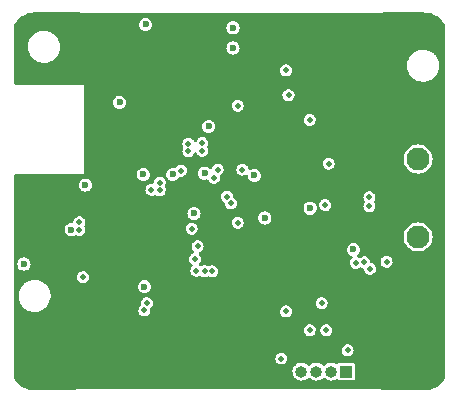
<source format=gbr>
%TF.GenerationSoftware,KiCad,Pcbnew,(6.0.0)*%
%TF.CreationDate,2022-03-24T17:20:39+00:00*%
%TF.ProjectId,Tracer,54726163-6572-42e6-9b69-6361645f7063,B*%
%TF.SameCoordinates,Original*%
%TF.FileFunction,Copper,L3,Inr*%
%TF.FilePolarity,Positive*%
%FSLAX46Y46*%
G04 Gerber Fmt 4.6, Leading zero omitted, Abs format (unit mm)*
G04 Created by KiCad (PCBNEW (6.0.0)) date 2022-03-24 17:20:39*
%MOMM*%
%LPD*%
G01*
G04 APERTURE LIST*
%TA.AperFunction,ComponentPad*%
%ADD10C,1.950000*%
%TD*%
%TA.AperFunction,ComponentPad*%
%ADD11R,1.000000X1.000000*%
%TD*%
%TA.AperFunction,ComponentPad*%
%ADD12O,1.000000X1.000000*%
%TD*%
%TA.AperFunction,ViaPad*%
%ADD13C,0.500000*%
%TD*%
%TA.AperFunction,ViaPad*%
%ADD14C,0.600000*%
%TD*%
G04 APERTURE END LIST*
D10*
%TO.N,unconnected-(J1-PadMH1)*%
%TO.C,J1*%
X163475000Y-99500000D03*
%TO.N,unconnected-(J1-PadMH2)*%
X163475000Y-92900000D03*
%TD*%
D11*
%TO.N,DTR*%
%TO.C,J2*%
X157400000Y-110900000D03*
D12*
%TO.N,U0RXD*%
X156130000Y-110900000D03*
%TO.N,U0TXD*%
X154860000Y-110900000D03*
%TO.N,RTS*%
X153590000Y-110900000D03*
%TD*%
D13*
%TO.N,+BATT*%
X148200000Y-88400000D03*
X160800000Y-101600000D03*
X152500000Y-87500000D03*
%TO.N,GND*%
X138000000Y-101100000D03*
X139500000Y-97600000D03*
X138000000Y-99550000D03*
X136135000Y-83080000D03*
X151200000Y-90600000D03*
X146295000Y-88160000D03*
X143755000Y-83080000D03*
X157950000Y-99600000D03*
X136900000Y-93500000D03*
X151060000Y-102950000D03*
X151060000Y-101680000D03*
X164600000Y-89800000D03*
X141000000Y-101100000D03*
X149679122Y-87879122D03*
X146295000Y-83080000D03*
X153600000Y-102950000D03*
X152330000Y-100410000D03*
X143900000Y-103600000D03*
X139500000Y-101100000D03*
X140850000Y-90950000D03*
X143755000Y-88160000D03*
X154000000Y-94400000D03*
X135950000Y-90950000D03*
X141000000Y-99550000D03*
X150400000Y-96400000D03*
X134100000Y-102600000D03*
X151060000Y-100410000D03*
X141000000Y-97600000D03*
X157600000Y-84000000D03*
X159600000Y-94900000D03*
X152330000Y-102950000D03*
X156600000Y-102250000D03*
X141215000Y-85620000D03*
X142200000Y-111200000D03*
X141215000Y-88160000D03*
X129500000Y-109400000D03*
X157100000Y-95850000D03*
X144100000Y-95100000D03*
X132100000Y-98500000D03*
X152330000Y-101680000D03*
X139500000Y-99550000D03*
X138000000Y-97600000D03*
X153600000Y-101680000D03*
X153600000Y-100410000D03*
X136135000Y-88160000D03*
D14*
%TO.N,+3V3*%
X140200000Y-94200000D03*
X140300000Y-103700000D03*
X142700000Y-94200000D03*
X140395000Y-81500000D03*
X135300000Y-95100000D03*
X154332671Y-97067329D03*
X158000000Y-100550000D03*
X138195000Y-88100000D03*
X145400000Y-94100000D03*
X134100000Y-98900000D03*
X150500000Y-97900000D03*
X144500000Y-97500000D03*
X147800000Y-81800000D03*
X130100000Y-101800000D03*
X145750000Y-90150000D03*
X149600000Y-94300000D03*
%TO.N,VBUS*%
X147800000Y-83500000D03*
D13*
%TO.N,GPIO10*%
X145400000Y-102400000D03*
X144800000Y-100300000D03*
%TO.N,GPIO17*%
X144600000Y-101370500D03*
X144700000Y-102369500D03*
%TO.N,GPIO7*%
X144300000Y-98800000D03*
X146049503Y-102400000D03*
%TO.N,GPIO36*%
X146200000Y-94500000D03*
X134800000Y-98250497D03*
%TO.N,GPIO37*%
X134800000Y-98900000D03*
X148200000Y-98300000D03*
%TO.N,VUSB*%
X155600000Y-96800000D03*
X155900000Y-93300000D03*
%TO.N,GPIO18*%
X144025500Y-91600000D03*
X145200000Y-91550497D03*
X148600000Y-93800000D03*
X147634166Y-96656944D03*
%TO.N,GPIO23*%
X147300000Y-96100000D03*
X145200000Y-92200000D03*
X144025500Y-92249503D03*
X146500000Y-93800000D03*
%TO.N,GPIO19*%
X141600000Y-95549503D03*
X143400000Y-93900000D03*
%TO.N,U0RXD*%
X155700000Y-107400000D03*
X140900000Y-95500000D03*
%TO.N,Net-(D4-Pad1)*%
X154300000Y-89600000D03*
X152300000Y-85400000D03*
%TO.N,D+*%
X159352334Y-96150000D03*
X158183962Y-101699500D03*
%TO.N,D-*%
X158925500Y-101650000D03*
X159352334Y-96900000D03*
%TO.N,U0TXD*%
X141600000Y-94900000D03*
X154300000Y-107400000D03*
%TO.N,RTS*%
X152300000Y-105800000D03*
X140294609Y-105716172D03*
%TO.N,DTR*%
X157500000Y-109100000D03*
X140500000Y-105100000D03*
X155300000Y-105100000D03*
%TO.N,GPIO35*%
X135100000Y-102900000D03*
X151900000Y-109800000D03*
%TO.N,Net-(D1-Pad2)*%
X159400000Y-102200000D03*
%TD*%
%TA.AperFunction,Conductor*%
%TO.N,GND*%
G36*
X134913191Y-80505425D02*
G01*
X135032587Y-80541643D01*
X135191595Y-80557304D01*
X135200000Y-80558976D01*
X135212847Y-80556421D01*
X135237425Y-80554000D01*
X160162575Y-80554000D01*
X160187153Y-80556421D01*
X160200000Y-80558976D01*
X160208405Y-80557304D01*
X160367413Y-80541643D01*
X160486809Y-80505425D01*
X160523385Y-80500000D01*
X163988393Y-80500000D01*
X163997381Y-80500321D01*
X164046765Y-80503853D01*
X164268544Y-80519715D01*
X164286327Y-80522272D01*
X164547552Y-80579098D01*
X164564794Y-80584160D01*
X164815287Y-80677589D01*
X164831634Y-80685055D01*
X165066269Y-80813176D01*
X165081392Y-80822895D01*
X165295404Y-80983103D01*
X165308990Y-80994876D01*
X165498018Y-81183904D01*
X165509791Y-81197490D01*
X165669999Y-81411502D01*
X165679719Y-81426626D01*
X165723482Y-81506772D01*
X165738894Y-81567157D01*
X165738894Y-111432843D01*
X165723482Y-111493228D01*
X165679719Y-111573374D01*
X165669999Y-111588498D01*
X165509791Y-111802510D01*
X165498018Y-111816096D01*
X165308990Y-112005124D01*
X165295404Y-112016897D01*
X165081392Y-112177105D01*
X165066269Y-112186824D01*
X164831634Y-112314945D01*
X164815287Y-112322411D01*
X164564794Y-112415840D01*
X164547552Y-112420902D01*
X164286327Y-112477728D01*
X164268544Y-112480285D01*
X164046765Y-112496147D01*
X163997381Y-112499679D01*
X163988393Y-112500000D01*
X160433592Y-112500000D01*
X160374196Y-112485122D01*
X160233849Y-112410105D01*
X160233847Y-112410104D01*
X160228393Y-112407189D01*
X160188546Y-112395102D01*
X160073339Y-112360154D01*
X160073333Y-112360153D01*
X160067413Y-112358357D01*
X159908405Y-112342696D01*
X159900000Y-112341024D01*
X159887153Y-112343579D01*
X159862575Y-112346000D01*
X134937425Y-112346000D01*
X134912847Y-112343579D01*
X134900000Y-112341024D01*
X134891595Y-112342696D01*
X134732587Y-112358357D01*
X134726667Y-112360153D01*
X134726661Y-112360154D01*
X134611454Y-112395102D01*
X134571607Y-112407189D01*
X134566153Y-112410104D01*
X134566151Y-112410105D01*
X134425804Y-112485122D01*
X134366408Y-112500000D01*
X131004501Y-112500000D01*
X130995513Y-112499679D01*
X130946129Y-112496147D01*
X130724350Y-112480285D01*
X130706567Y-112477728D01*
X130445342Y-112420902D01*
X130428100Y-112415840D01*
X130177607Y-112322411D01*
X130161260Y-112314945D01*
X129926625Y-112186824D01*
X129911502Y-112177105D01*
X129697490Y-112016897D01*
X129683904Y-112005124D01*
X129494876Y-111816096D01*
X129483103Y-111802510D01*
X129445397Y-111752141D01*
X129322891Y-111588493D01*
X129313174Y-111573373D01*
X129313062Y-111573167D01*
X129264183Y-111483653D01*
X129248772Y-111423228D01*
X129248958Y-110889399D01*
X152830800Y-110889399D01*
X152847318Y-111057862D01*
X152900748Y-111218479D01*
X152988435Y-111363267D01*
X152993326Y-111368332D01*
X152993327Y-111368333D01*
X153053974Y-111431135D01*
X153106021Y-111485031D01*
X153247660Y-111577717D01*
X153406315Y-111636720D01*
X153413296Y-111637651D01*
X153413298Y-111637652D01*
X153567118Y-111658176D01*
X153567122Y-111658176D01*
X153574099Y-111659107D01*
X153581110Y-111658469D01*
X153581114Y-111658469D01*
X153735652Y-111644405D01*
X153742673Y-111643766D01*
X153903659Y-111591458D01*
X153993199Y-111538082D01*
X154043004Y-111508392D01*
X154043006Y-111508391D01*
X154049056Y-111504784D01*
X154138712Y-111419406D01*
X154201836Y-111386915D01*
X154272507Y-111393708D01*
X154316240Y-111423126D01*
X154323974Y-111431135D01*
X154376021Y-111485031D01*
X154517660Y-111577717D01*
X154676315Y-111636720D01*
X154683296Y-111637651D01*
X154683298Y-111637652D01*
X154837118Y-111658176D01*
X154837122Y-111658176D01*
X154844099Y-111659107D01*
X154851110Y-111658469D01*
X154851114Y-111658469D01*
X155005652Y-111644405D01*
X155012673Y-111643766D01*
X155173659Y-111591458D01*
X155263199Y-111538082D01*
X155313004Y-111508392D01*
X155313006Y-111508391D01*
X155319056Y-111504784D01*
X155408712Y-111419406D01*
X155471836Y-111386915D01*
X155542507Y-111393708D01*
X155586240Y-111423126D01*
X155593974Y-111431135D01*
X155646021Y-111485031D01*
X155787660Y-111577717D01*
X155946315Y-111636720D01*
X155953296Y-111637651D01*
X155953298Y-111637652D01*
X156107118Y-111658176D01*
X156107122Y-111658176D01*
X156114099Y-111659107D01*
X156121110Y-111658469D01*
X156121114Y-111658469D01*
X156275652Y-111644405D01*
X156282673Y-111643766D01*
X156443659Y-111591458D01*
X156539809Y-111534141D01*
X156608561Y-111516442D01*
X156675971Y-111538724D01*
X156709088Y-111572368D01*
X156716516Y-111583484D01*
X156800699Y-111639734D01*
X156874933Y-111654500D01*
X157399915Y-111654500D01*
X157925066Y-111654499D01*
X157960818Y-111647388D01*
X157987126Y-111642156D01*
X157987128Y-111642155D01*
X157999301Y-111639734D01*
X158009621Y-111632839D01*
X158009622Y-111632838D01*
X158073168Y-111590377D01*
X158083484Y-111583484D01*
X158139734Y-111499301D01*
X158154500Y-111425067D01*
X158154499Y-110374934D01*
X158139734Y-110300699D01*
X158083484Y-110216516D01*
X157999301Y-110160266D01*
X157925067Y-110145500D01*
X157400085Y-110145500D01*
X156874934Y-110145501D01*
X156839182Y-110152612D01*
X156812874Y-110157844D01*
X156812872Y-110157845D01*
X156800699Y-110160266D01*
X156790379Y-110167161D01*
X156790378Y-110167162D01*
X156771225Y-110179960D01*
X156716516Y-110216516D01*
X156708857Y-110227979D01*
X156706539Y-110229916D01*
X156700846Y-110235609D01*
X156700337Y-110235100D01*
X156654383Y-110273506D01*
X156583940Y-110282355D01*
X156536578Y-110264362D01*
X156490468Y-110235100D01*
X156462844Y-110217569D01*
X156404658Y-110196850D01*
X156310016Y-110163149D01*
X156310011Y-110163148D01*
X156303381Y-110160787D01*
X156296395Y-110159954D01*
X156296391Y-110159953D01*
X156175178Y-110145500D01*
X156135301Y-110140745D01*
X156128298Y-110141481D01*
X156128297Y-110141481D01*
X155973965Y-110157701D01*
X155973961Y-110157702D01*
X155966957Y-110158438D01*
X155960286Y-110160709D01*
X155813387Y-110210717D01*
X155813384Y-110210718D01*
X155806717Y-110212988D01*
X155800719Y-110216678D01*
X155800717Y-110216679D01*
X155668543Y-110297993D01*
X155668541Y-110297995D01*
X155662544Y-110301684D01*
X155657511Y-110306613D01*
X155582954Y-110379624D01*
X155520289Y-110412994D01*
X155449530Y-110407188D01*
X155405391Y-110378384D01*
X155395936Y-110368863D01*
X155335764Y-110308269D01*
X155327670Y-110303132D01*
X155220468Y-110235100D01*
X155192844Y-110217569D01*
X155134658Y-110196850D01*
X155040016Y-110163149D01*
X155040011Y-110163148D01*
X155033381Y-110160787D01*
X155026395Y-110159954D01*
X155026391Y-110159953D01*
X154905178Y-110145500D01*
X154865301Y-110140745D01*
X154858298Y-110141481D01*
X154858297Y-110141481D01*
X154703965Y-110157701D01*
X154703961Y-110157702D01*
X154696957Y-110158438D01*
X154690286Y-110160709D01*
X154543387Y-110210717D01*
X154543384Y-110210718D01*
X154536717Y-110212988D01*
X154530719Y-110216678D01*
X154530717Y-110216679D01*
X154398543Y-110297993D01*
X154398541Y-110297995D01*
X154392544Y-110301684D01*
X154387511Y-110306613D01*
X154312954Y-110379624D01*
X154250289Y-110412994D01*
X154179530Y-110407188D01*
X154135391Y-110378384D01*
X154125936Y-110368863D01*
X154065764Y-110308269D01*
X154057670Y-110303132D01*
X153950468Y-110235100D01*
X153922844Y-110217569D01*
X153864658Y-110196850D01*
X153770016Y-110163149D01*
X153770011Y-110163148D01*
X153763381Y-110160787D01*
X153756395Y-110159954D01*
X153756391Y-110159953D01*
X153635178Y-110145500D01*
X153595301Y-110140745D01*
X153588298Y-110141481D01*
X153588297Y-110141481D01*
X153433965Y-110157701D01*
X153433961Y-110157702D01*
X153426957Y-110158438D01*
X153420286Y-110160709D01*
X153273387Y-110210717D01*
X153273384Y-110210718D01*
X153266717Y-110212988D01*
X153260719Y-110216678D01*
X153260717Y-110216679D01*
X153128543Y-110297993D01*
X153128541Y-110297995D01*
X153122544Y-110301684D01*
X153117511Y-110306613D01*
X153014808Y-110407188D01*
X153001605Y-110420117D01*
X152909909Y-110562400D01*
X152907498Y-110569025D01*
X152854425Y-110714840D01*
X152854424Y-110714845D01*
X152852015Y-110721463D01*
X152830800Y-110889399D01*
X129248958Y-110889399D01*
X129249341Y-109793773D01*
X151390350Y-109793773D01*
X151391514Y-109802675D01*
X151391514Y-109802678D01*
X151407924Y-109928164D01*
X151409088Y-109937065D01*
X151467289Y-110069339D01*
X151473063Y-110076208D01*
X151532326Y-110146709D01*
X151560276Y-110179960D01*
X151567747Y-110184933D01*
X151567748Y-110184934D01*
X151673101Y-110255063D01*
X151673103Y-110255064D01*
X151680574Y-110260037D01*
X151689138Y-110262713D01*
X151689141Y-110262714D01*
X151749542Y-110281584D01*
X151818510Y-110303132D01*
X151962998Y-110305780D01*
X151991561Y-110297993D01*
X152093763Y-110270130D01*
X152093765Y-110270129D01*
X152102422Y-110267769D01*
X152225572Y-110192154D01*
X152322551Y-110085014D01*
X152385560Y-109954962D01*
X152409536Y-109812453D01*
X152409688Y-109800000D01*
X152389201Y-109656948D01*
X152329388Y-109525395D01*
X152323530Y-109518596D01*
X152323527Y-109518592D01*
X152240916Y-109422718D01*
X152240913Y-109422716D01*
X152235056Y-109415918D01*
X152113790Y-109337317D01*
X152096921Y-109332272D01*
X151983938Y-109298482D01*
X151983936Y-109298482D01*
X151975337Y-109295910D01*
X151966363Y-109295855D01*
X151966361Y-109295855D01*
X151903082Y-109295469D01*
X151830827Y-109295028D01*
X151822196Y-109297495D01*
X151822194Y-109297495D01*
X151700509Y-109332272D01*
X151700505Y-109332274D01*
X151691879Y-109334739D01*
X151684292Y-109339526D01*
X151684290Y-109339527D01*
X151612198Y-109385014D01*
X151569661Y-109411853D01*
X151563718Y-109418582D01*
X151563717Y-109418583D01*
X151509511Y-109479960D01*
X151473999Y-109520170D01*
X151470185Y-109528293D01*
X151470184Y-109528295D01*
X151454025Y-109562714D01*
X151412583Y-109650982D01*
X151390350Y-109793773D01*
X129249341Y-109793773D01*
X129249585Y-109093773D01*
X156990350Y-109093773D01*
X156991514Y-109102675D01*
X156991514Y-109102678D01*
X157007924Y-109228164D01*
X157009088Y-109237065D01*
X157067289Y-109369339D01*
X157160276Y-109479960D01*
X157167747Y-109484933D01*
X157167748Y-109484934D01*
X157273101Y-109555063D01*
X157273103Y-109555064D01*
X157280574Y-109560037D01*
X157289138Y-109562713D01*
X157289141Y-109562714D01*
X157349542Y-109581585D01*
X157418510Y-109603132D01*
X157562998Y-109605780D01*
X157582530Y-109600455D01*
X157693763Y-109570130D01*
X157693765Y-109570129D01*
X157702422Y-109567769D01*
X157825572Y-109492154D01*
X157922551Y-109385014D01*
X157985560Y-109254962D01*
X158009536Y-109112453D01*
X158009688Y-109100000D01*
X157989201Y-108956948D01*
X157929388Y-108825395D01*
X157923530Y-108818596D01*
X157923527Y-108818592D01*
X157840916Y-108722718D01*
X157840913Y-108722716D01*
X157835056Y-108715918D01*
X157713790Y-108637317D01*
X157696921Y-108632272D01*
X157583938Y-108598482D01*
X157583936Y-108598482D01*
X157575337Y-108595910D01*
X157566363Y-108595855D01*
X157566361Y-108595855D01*
X157503082Y-108595469D01*
X157430827Y-108595028D01*
X157422196Y-108597495D01*
X157422194Y-108597495D01*
X157300509Y-108632272D01*
X157300505Y-108632274D01*
X157291879Y-108634739D01*
X157169661Y-108711853D01*
X157073999Y-108820170D01*
X157012583Y-108950982D01*
X156990350Y-109093773D01*
X129249585Y-109093773D01*
X129250179Y-107393773D01*
X153790350Y-107393773D01*
X153791514Y-107402675D01*
X153791514Y-107402678D01*
X153807924Y-107528164D01*
X153809088Y-107537065D01*
X153867289Y-107669339D01*
X153960276Y-107779960D01*
X153967747Y-107784933D01*
X153967748Y-107784934D01*
X154073101Y-107855063D01*
X154073103Y-107855064D01*
X154080574Y-107860037D01*
X154089138Y-107862713D01*
X154089141Y-107862714D01*
X154149542Y-107881585D01*
X154218510Y-107903132D01*
X154362998Y-107905780D01*
X154382530Y-107900455D01*
X154493763Y-107870130D01*
X154493765Y-107870129D01*
X154502422Y-107867769D01*
X154625572Y-107792154D01*
X154722551Y-107685014D01*
X154785560Y-107554962D01*
X154809536Y-107412453D01*
X154809688Y-107400000D01*
X154808796Y-107393773D01*
X155190350Y-107393773D01*
X155191514Y-107402675D01*
X155191514Y-107402678D01*
X155207924Y-107528164D01*
X155209088Y-107537065D01*
X155267289Y-107669339D01*
X155360276Y-107779960D01*
X155367747Y-107784933D01*
X155367748Y-107784934D01*
X155473101Y-107855063D01*
X155473103Y-107855064D01*
X155480574Y-107860037D01*
X155489138Y-107862713D01*
X155489141Y-107862714D01*
X155549542Y-107881585D01*
X155618510Y-107903132D01*
X155762998Y-107905780D01*
X155782530Y-107900455D01*
X155893763Y-107870130D01*
X155893765Y-107870129D01*
X155902422Y-107867769D01*
X156025572Y-107792154D01*
X156122551Y-107685014D01*
X156185560Y-107554962D01*
X156209536Y-107412453D01*
X156209688Y-107400000D01*
X156189201Y-107256948D01*
X156129388Y-107125395D01*
X156123530Y-107118596D01*
X156123527Y-107118592D01*
X156040916Y-107022718D01*
X156040913Y-107022716D01*
X156035056Y-107015918D01*
X155913790Y-106937317D01*
X155896921Y-106932272D01*
X155783938Y-106898482D01*
X155783936Y-106898482D01*
X155775337Y-106895910D01*
X155766363Y-106895855D01*
X155766361Y-106895855D01*
X155703082Y-106895469D01*
X155630827Y-106895028D01*
X155622196Y-106897495D01*
X155622194Y-106897495D01*
X155500509Y-106932272D01*
X155500505Y-106932274D01*
X155491879Y-106934739D01*
X155369661Y-107011853D01*
X155273999Y-107120170D01*
X155212583Y-107250982D01*
X155190350Y-107393773D01*
X154808796Y-107393773D01*
X154789201Y-107256948D01*
X154729388Y-107125395D01*
X154723530Y-107118596D01*
X154723527Y-107118592D01*
X154640916Y-107022718D01*
X154640913Y-107022716D01*
X154635056Y-107015918D01*
X154513790Y-106937317D01*
X154496921Y-106932272D01*
X154383938Y-106898482D01*
X154383936Y-106898482D01*
X154375337Y-106895910D01*
X154366363Y-106895855D01*
X154366361Y-106895855D01*
X154303082Y-106895469D01*
X154230827Y-106895028D01*
X154222196Y-106897495D01*
X154222194Y-106897495D01*
X154100509Y-106932272D01*
X154100505Y-106932274D01*
X154091879Y-106934739D01*
X153969661Y-107011853D01*
X153873999Y-107120170D01*
X153812583Y-107250982D01*
X153790350Y-107393773D01*
X129250179Y-107393773D01*
X129251212Y-104435964D01*
X129642112Y-104435964D01*
X129642312Y-104441292D01*
X129642312Y-104441294D01*
X129644464Y-104498599D01*
X129643705Y-104498628D01*
X129644034Y-104500016D01*
X129644340Y-104499989D01*
X129644374Y-104500377D01*
X129644465Y-104501838D01*
X129644523Y-104502085D01*
X129644648Y-104503507D01*
X129650736Y-104665669D01*
X129651831Y-104670888D01*
X129664628Y-104731879D01*
X129663861Y-104732040D01*
X129664841Y-104734316D01*
X129664937Y-104735408D01*
X129666361Y-104740722D01*
X129666464Y-104741307D01*
X129667635Y-104746210D01*
X129697939Y-104890637D01*
X129718562Y-104942859D01*
X129723975Y-104956566D01*
X129724724Y-104958541D01*
X129726097Y-104963663D01*
X129728422Y-104968649D01*
X129728423Y-104968651D01*
X129728947Y-104969775D01*
X129731934Y-104976717D01*
X129782372Y-105104436D01*
X129819273Y-105165246D01*
X129820811Y-105168126D01*
X129820890Y-105168080D01*
X129823639Y-105172841D01*
X129825965Y-105177829D01*
X129829122Y-105182337D01*
X129829124Y-105182341D01*
X129830674Y-105184555D01*
X129835181Y-105191462D01*
X129898060Y-105295083D01*
X129901621Y-105300952D01*
X129905116Y-105304979D01*
X129905117Y-105304981D01*
X129951993Y-105359000D01*
X129955555Y-105363563D01*
X129958347Y-105366890D01*
X129961505Y-105371401D01*
X129967791Y-105377687D01*
X129973861Y-105384201D01*
X130013269Y-105429614D01*
X130052276Y-105474566D01*
X130064921Y-105484934D01*
X130116309Y-105527070D01*
X130123574Y-105533652D01*
X130124706Y-105534602D01*
X130128599Y-105538495D01*
X130133103Y-105541649D01*
X130133108Y-105541653D01*
X130135936Y-105543633D01*
X130143554Y-105549410D01*
X130225901Y-105616931D01*
X130225907Y-105616935D01*
X130230029Y-105620315D01*
X130234668Y-105622955D01*
X130234667Y-105622955D01*
X130307355Y-105664331D01*
X130317296Y-105670622D01*
X130317660Y-105670877D01*
X130317667Y-105670881D01*
X130322171Y-105674035D01*
X130327155Y-105676359D01*
X130327160Y-105676362D01*
X130329875Y-105677628D01*
X130338952Y-105682318D01*
X130383061Y-105707426D01*
X130429798Y-105734030D01*
X130519498Y-105766590D01*
X130529753Y-105770833D01*
X130531348Y-105771577D01*
X130531350Y-105771578D01*
X130536337Y-105773903D01*
X130541653Y-105775327D01*
X130541655Y-105775328D01*
X130542719Y-105775613D01*
X130543702Y-105775876D01*
X130554081Y-105779143D01*
X130645871Y-105812461D01*
X130746443Y-105830648D01*
X130756616Y-105832926D01*
X130764592Y-105835063D01*
X130770990Y-105835623D01*
X130782412Y-105837152D01*
X130872069Y-105853364D01*
X130876208Y-105853559D01*
X130876215Y-105853560D01*
X130894670Y-105854430D01*
X130894677Y-105854430D01*
X130896158Y-105854500D01*
X131057712Y-105854500D01*
X131137444Y-105847735D01*
X131223733Y-105840413D01*
X131223737Y-105840412D01*
X131229044Y-105839962D01*
X131234199Y-105838624D01*
X131234205Y-105838623D01*
X131446368Y-105783556D01*
X131446367Y-105783556D01*
X131451539Y-105782214D01*
X131611970Y-105709945D01*
X139784959Y-105709945D01*
X139786123Y-105718847D01*
X139786123Y-105718850D01*
X139797371Y-105804860D01*
X139803697Y-105853237D01*
X139861898Y-105985511D01*
X139954885Y-106096132D01*
X139962356Y-106101105D01*
X139962357Y-106101106D01*
X140067710Y-106171235D01*
X140067712Y-106171236D01*
X140075183Y-106176209D01*
X140083747Y-106178885D01*
X140083750Y-106178886D01*
X140144151Y-106197757D01*
X140213119Y-106219304D01*
X140357607Y-106221952D01*
X140377139Y-106216627D01*
X140488372Y-106186302D01*
X140488374Y-106186301D01*
X140497031Y-106183941D01*
X140620181Y-106108326D01*
X140717160Y-106001186D01*
X140748665Y-105936160D01*
X140776254Y-105879215D01*
X140776254Y-105879214D01*
X140780169Y-105871134D01*
X140793184Y-105793773D01*
X151790350Y-105793773D01*
X151791514Y-105802675D01*
X151791514Y-105802678D01*
X151798282Y-105854430D01*
X151809088Y-105937065D01*
X151867289Y-106069339D01*
X151873063Y-106076208D01*
X151904009Y-106113022D01*
X151960276Y-106179960D01*
X151967747Y-106184933D01*
X151967748Y-106184934D01*
X152073101Y-106255063D01*
X152073103Y-106255064D01*
X152080574Y-106260037D01*
X152089138Y-106262713D01*
X152089141Y-106262714D01*
X152149542Y-106281585D01*
X152218510Y-106303132D01*
X152362998Y-106305780D01*
X152382530Y-106300455D01*
X152493763Y-106270130D01*
X152493765Y-106270129D01*
X152502422Y-106267769D01*
X152625572Y-106192154D01*
X152722551Y-106085014D01*
X152785560Y-105954962D01*
X152809536Y-105812453D01*
X152809688Y-105800000D01*
X152795520Y-105701073D01*
X152790474Y-105665835D01*
X152790473Y-105665833D01*
X152789201Y-105656948D01*
X152729388Y-105525395D01*
X152723530Y-105518596D01*
X152723527Y-105518592D01*
X152640916Y-105422718D01*
X152640913Y-105422716D01*
X152635056Y-105415918D01*
X152563194Y-105369339D01*
X152521324Y-105342200D01*
X152521322Y-105342199D01*
X152513790Y-105337317D01*
X152482720Y-105328025D01*
X152383938Y-105298482D01*
X152383936Y-105298482D01*
X152375337Y-105295910D01*
X152366363Y-105295855D01*
X152366361Y-105295855D01*
X152303082Y-105295469D01*
X152230827Y-105295028D01*
X152222196Y-105297495D01*
X152222194Y-105297495D01*
X152100509Y-105332272D01*
X152100505Y-105332274D01*
X152091879Y-105334739D01*
X152084292Y-105339526D01*
X152084290Y-105339527D01*
X152012198Y-105385014D01*
X151969661Y-105411853D01*
X151963718Y-105418582D01*
X151963717Y-105418583D01*
X151914275Y-105474566D01*
X151873999Y-105520170D01*
X151870185Y-105528293D01*
X151870184Y-105528295D01*
X151854167Y-105562410D01*
X151812583Y-105650982D01*
X151811203Y-105659846D01*
X151811202Y-105659849D01*
X151791941Y-105783556D01*
X151790350Y-105793773D01*
X140793184Y-105793773D01*
X140804145Y-105728625D01*
X140804297Y-105716172D01*
X140787666Y-105600046D01*
X140797808Y-105529779D01*
X140826188Y-105492712D01*
X140825572Y-105492154D01*
X140888423Y-105422718D01*
X140922551Y-105385014D01*
X140985560Y-105254962D01*
X141009536Y-105112453D01*
X141009688Y-105100000D01*
X141008796Y-105093773D01*
X154790350Y-105093773D01*
X154791514Y-105102675D01*
X154791514Y-105102678D01*
X154805756Y-105211587D01*
X154809088Y-105237065D01*
X154867289Y-105369339D01*
X154873063Y-105376208D01*
X154890109Y-105396486D01*
X154960276Y-105479960D01*
X154967747Y-105484933D01*
X154967748Y-105484934D01*
X155073101Y-105555063D01*
X155073103Y-105555064D01*
X155080574Y-105560037D01*
X155089138Y-105562713D01*
X155089141Y-105562714D01*
X155149542Y-105581585D01*
X155218510Y-105603132D01*
X155362998Y-105605780D01*
X155384027Y-105600047D01*
X155493763Y-105570130D01*
X155493765Y-105570129D01*
X155502422Y-105567769D01*
X155625572Y-105492154D01*
X155645143Y-105470533D01*
X155688423Y-105422718D01*
X155722551Y-105385014D01*
X155785560Y-105254962D01*
X155809536Y-105112453D01*
X155809688Y-105100000D01*
X155789201Y-104956948D01*
X155729388Y-104825395D01*
X155723530Y-104818596D01*
X155723527Y-104818592D01*
X155640916Y-104722718D01*
X155640913Y-104722716D01*
X155635056Y-104715918D01*
X155574423Y-104676618D01*
X155521324Y-104642200D01*
X155521322Y-104642199D01*
X155513790Y-104637317D01*
X155496921Y-104632272D01*
X155383938Y-104598482D01*
X155383936Y-104598482D01*
X155375337Y-104595910D01*
X155366363Y-104595855D01*
X155366361Y-104595855D01*
X155303082Y-104595469D01*
X155230827Y-104595028D01*
X155222196Y-104597495D01*
X155222194Y-104597495D01*
X155100509Y-104632272D01*
X155100505Y-104632274D01*
X155091879Y-104634739D01*
X154969661Y-104711853D01*
X154963718Y-104718582D01*
X154963717Y-104718583D01*
X154943648Y-104741307D01*
X154873999Y-104820170D01*
X154812583Y-104950982D01*
X154811203Y-104959846D01*
X154811202Y-104959849D01*
X154803170Y-105011438D01*
X154790350Y-105093773D01*
X141008796Y-105093773D01*
X140989201Y-104956948D01*
X140929388Y-104825395D01*
X140923530Y-104818596D01*
X140923527Y-104818592D01*
X140840916Y-104722718D01*
X140840913Y-104722716D01*
X140835056Y-104715918D01*
X140774423Y-104676618D01*
X140721324Y-104642200D01*
X140721322Y-104642199D01*
X140713790Y-104637317D01*
X140696921Y-104632272D01*
X140583938Y-104598482D01*
X140583936Y-104598482D01*
X140575337Y-104595910D01*
X140566363Y-104595855D01*
X140566361Y-104595855D01*
X140503082Y-104595469D01*
X140430827Y-104595028D01*
X140422196Y-104597495D01*
X140422194Y-104597495D01*
X140300509Y-104632272D01*
X140300505Y-104632274D01*
X140291879Y-104634739D01*
X140169661Y-104711853D01*
X140163718Y-104718582D01*
X140163717Y-104718583D01*
X140143648Y-104741307D01*
X140073999Y-104820170D01*
X140012583Y-104950982D01*
X140011203Y-104959846D01*
X140011202Y-104959849D01*
X140003170Y-105011438D01*
X139990350Y-105093773D01*
X139991514Y-105102675D01*
X139991514Y-105102678D01*
X140006620Y-105218190D01*
X139995620Y-105288329D01*
X139966121Y-105326857D01*
X139964270Y-105328025D01*
X139868608Y-105436342D01*
X139807192Y-105567154D01*
X139805812Y-105576018D01*
X139805811Y-105576021D01*
X139788066Y-105689993D01*
X139784959Y-105709945D01*
X131611970Y-105709945D01*
X131631665Y-105701073D01*
X131656262Y-105689993D01*
X131656265Y-105689992D01*
X131661123Y-105687803D01*
X131851803Y-105559430D01*
X131878826Y-105533652D01*
X131972315Y-105444467D01*
X132018128Y-105400764D01*
X132155342Y-105216342D01*
X132171504Y-105184555D01*
X132257102Y-105016194D01*
X132257102Y-105016193D01*
X132259520Y-105011438D01*
X132327685Y-104791911D01*
X132338296Y-104711853D01*
X132357188Y-104569319D01*
X132357188Y-104569316D01*
X132357888Y-104564036D01*
X132355536Y-104501401D01*
X132356295Y-104501372D01*
X132355966Y-104499984D01*
X132355660Y-104500011D01*
X132355626Y-104499623D01*
X132355535Y-104498162D01*
X132355477Y-104497915D01*
X132355352Y-104496493D01*
X132349264Y-104334331D01*
X132335372Y-104268121D01*
X132336139Y-104267960D01*
X132335159Y-104265684D01*
X132335063Y-104264592D01*
X132333639Y-104259278D01*
X132333536Y-104258693D01*
X132332362Y-104253778D01*
X132323886Y-104213378D01*
X132302061Y-104109363D01*
X132276025Y-104043434D01*
X132275276Y-104041459D01*
X132273903Y-104036337D01*
X132271053Y-104030225D01*
X132268066Y-104023283D01*
X132217628Y-103895564D01*
X132180727Y-103834754D01*
X132179189Y-103831874D01*
X132179110Y-103831920D01*
X132176361Y-103827159D01*
X132174035Y-103822171D01*
X132170876Y-103817659D01*
X132169326Y-103815445D01*
X132164819Y-103808538D01*
X132101147Y-103703609D01*
X132101145Y-103703606D01*
X132098957Y-103700000D01*
X139740715Y-103700000D01*
X139741793Y-103708188D01*
X139757683Y-103828883D01*
X139759772Y-103844754D01*
X139815645Y-103979642D01*
X139904526Y-104095474D01*
X139911076Y-104100500D01*
X139911079Y-104100503D01*
X140013804Y-104179327D01*
X140020357Y-104184355D01*
X140155246Y-104240228D01*
X140300000Y-104259285D01*
X140308188Y-104258207D01*
X140436566Y-104241306D01*
X140444754Y-104240228D01*
X140579643Y-104184355D01*
X140586196Y-104179327D01*
X140688921Y-104100503D01*
X140688924Y-104100500D01*
X140695474Y-104095474D01*
X140784355Y-103979642D01*
X140840228Y-103844754D01*
X140842318Y-103828883D01*
X140858207Y-103708188D01*
X140859285Y-103700000D01*
X140849372Y-103624703D01*
X140841306Y-103563432D01*
X140841305Y-103563430D01*
X140840228Y-103555246D01*
X140799271Y-103456367D01*
X140787515Y-103427986D01*
X140787514Y-103427984D01*
X140784355Y-103420358D01*
X140695474Y-103304526D01*
X140688924Y-103299500D01*
X140688921Y-103299497D01*
X140586196Y-103220673D01*
X140586194Y-103220672D01*
X140579643Y-103215645D01*
X140444754Y-103159772D01*
X140300000Y-103140715D01*
X140291812Y-103141793D01*
X140163432Y-103158694D01*
X140163430Y-103158695D01*
X140155246Y-103159772D01*
X140132113Y-103169354D01*
X140027986Y-103212485D01*
X140027984Y-103212486D01*
X140020358Y-103215645D01*
X140002736Y-103229167D01*
X139914530Y-103296850D01*
X139904526Y-103304526D01*
X139815645Y-103420358D01*
X139812486Y-103427984D01*
X139812485Y-103427986D01*
X139800729Y-103456367D01*
X139759772Y-103555246D01*
X139758695Y-103563430D01*
X139758694Y-103563432D01*
X139750628Y-103624703D01*
X139740715Y-103700000D01*
X132098957Y-103700000D01*
X132098379Y-103699048D01*
X132048007Y-103641000D01*
X132044445Y-103636437D01*
X132041653Y-103633110D01*
X132038495Y-103628599D01*
X132032209Y-103622313D01*
X132026139Y-103615799D01*
X131951224Y-103529467D01*
X131951222Y-103529465D01*
X131947724Y-103525434D01*
X131883692Y-103472930D01*
X131876426Y-103466348D01*
X131875294Y-103465398D01*
X131871401Y-103461505D01*
X131866897Y-103458351D01*
X131866892Y-103458347D01*
X131864064Y-103456367D01*
X131856446Y-103450590D01*
X131774099Y-103383069D01*
X131774093Y-103383065D01*
X131769971Y-103379685D01*
X131692645Y-103335669D01*
X131682704Y-103329378D01*
X131682340Y-103329123D01*
X131682333Y-103329119D01*
X131677829Y-103325965D01*
X131672845Y-103323641D01*
X131672840Y-103323638D01*
X131670125Y-103322372D01*
X131661048Y-103317682D01*
X131582710Y-103273090D01*
X131570202Y-103265970D01*
X131480502Y-103233410D01*
X131470247Y-103229167D01*
X131468652Y-103228423D01*
X131468650Y-103228422D01*
X131463663Y-103226097D01*
X131458347Y-103224673D01*
X131458345Y-103224672D01*
X131457281Y-103224387D01*
X131456298Y-103224124D01*
X131445919Y-103220857D01*
X131354129Y-103187539D01*
X131253557Y-103169352D01*
X131243384Y-103167074D01*
X131235408Y-103164937D01*
X131229010Y-103164377D01*
X131217588Y-103162848D01*
X131127931Y-103146636D01*
X131123792Y-103146441D01*
X131123785Y-103146440D01*
X131105330Y-103145570D01*
X131105323Y-103145570D01*
X131103842Y-103145500D01*
X130942288Y-103145500D01*
X130862556Y-103152265D01*
X130776267Y-103159587D01*
X130776263Y-103159588D01*
X130770956Y-103160038D01*
X130765801Y-103161376D01*
X130765795Y-103161377D01*
X130649082Y-103191670D01*
X130548461Y-103217786D01*
X130441497Y-103265970D01*
X130343738Y-103310007D01*
X130343735Y-103310008D01*
X130338877Y-103312197D01*
X130148197Y-103440570D01*
X130144340Y-103444249D01*
X130144338Y-103444251D01*
X130118404Y-103468991D01*
X129981872Y-103599236D01*
X129844658Y-103783658D01*
X129842242Y-103788409D01*
X129842240Y-103788413D01*
X129748893Y-103972014D01*
X129740480Y-103988562D01*
X129672315Y-104208089D01*
X129642112Y-104435964D01*
X129251212Y-104435964D01*
X129251751Y-102893773D01*
X134590350Y-102893773D01*
X134591514Y-102902675D01*
X134591514Y-102902678D01*
X134607924Y-103028164D01*
X134609088Y-103037065D01*
X134667289Y-103169339D01*
X134760276Y-103279960D01*
X134767747Y-103284933D01*
X134767748Y-103284934D01*
X134873101Y-103355063D01*
X134873103Y-103355064D01*
X134880574Y-103360037D01*
X134889138Y-103362713D01*
X134889141Y-103362714D01*
X134935012Y-103377045D01*
X135018510Y-103403132D01*
X135162998Y-103405780D01*
X135182530Y-103400455D01*
X135293763Y-103370130D01*
X135293765Y-103370129D01*
X135302422Y-103367769D01*
X135425572Y-103292154D01*
X135522551Y-103185014D01*
X135585560Y-103054962D01*
X135609536Y-102912453D01*
X135609612Y-102906227D01*
X135609629Y-102904860D01*
X135609629Y-102904856D01*
X135609688Y-102900000D01*
X135593290Y-102785500D01*
X135590474Y-102765835D01*
X135590473Y-102765833D01*
X135589201Y-102756948D01*
X135529388Y-102625395D01*
X135523530Y-102618596D01*
X135523527Y-102618592D01*
X135440916Y-102522718D01*
X135440913Y-102522716D01*
X135435056Y-102515918D01*
X135313790Y-102437317D01*
X135246682Y-102417247D01*
X135183938Y-102398482D01*
X135183936Y-102398482D01*
X135175337Y-102395910D01*
X135166363Y-102395855D01*
X135166361Y-102395855D01*
X135103082Y-102395469D01*
X135030827Y-102395028D01*
X135022196Y-102397495D01*
X135022194Y-102397495D01*
X134900509Y-102432272D01*
X134900505Y-102432274D01*
X134891879Y-102434739D01*
X134884292Y-102439526D01*
X134884290Y-102439527D01*
X134812198Y-102485014D01*
X134769661Y-102511853D01*
X134763718Y-102518582D01*
X134763717Y-102518583D01*
X134709511Y-102579960D01*
X134673999Y-102620170D01*
X134670185Y-102628293D01*
X134670184Y-102628295D01*
X134654025Y-102662714D01*
X134612583Y-102750982D01*
X134611203Y-102759846D01*
X134611202Y-102759849D01*
X134593642Y-102872632D01*
X134590350Y-102893773D01*
X129251751Y-102893773D01*
X129252133Y-101800000D01*
X129540715Y-101800000D01*
X129541793Y-101808188D01*
X129558454Y-101934739D01*
X129559772Y-101944754D01*
X129578539Y-101990060D01*
X129606245Y-102056948D01*
X129615645Y-102079642D01*
X129638968Y-102110037D01*
X129694090Y-102181873D01*
X129704526Y-102195474D01*
X129711076Y-102200500D01*
X129711079Y-102200503D01*
X129796221Y-102265835D01*
X129820357Y-102284355D01*
X129955246Y-102340228D01*
X130100000Y-102359285D01*
X130108188Y-102358207D01*
X130236566Y-102341306D01*
X130244754Y-102340228D01*
X130379643Y-102284355D01*
X130403779Y-102265835D01*
X130488921Y-102200503D01*
X130488924Y-102200500D01*
X130495474Y-102195474D01*
X130505911Y-102181873D01*
X130561032Y-102110037D01*
X130584355Y-102079642D01*
X130593756Y-102056948D01*
X130621461Y-101990060D01*
X130640228Y-101944754D01*
X130641547Y-101934739D01*
X130658207Y-101808188D01*
X130659285Y-101800000D01*
X130646407Y-101702178D01*
X130641306Y-101663432D01*
X130641305Y-101663430D01*
X130640228Y-101655246D01*
X130593468Y-101542359D01*
X130587515Y-101527986D01*
X130587514Y-101527984D01*
X130584355Y-101520358D01*
X130513329Y-101427795D01*
X130500501Y-101411077D01*
X130500500Y-101411076D01*
X130495474Y-101404526D01*
X130488924Y-101399500D01*
X130488921Y-101399497D01*
X130443016Y-101364273D01*
X144090350Y-101364273D01*
X144091514Y-101373175D01*
X144091514Y-101373178D01*
X144101400Y-101448777D01*
X144109088Y-101507565D01*
X144167289Y-101639839D01*
X144173063Y-101646708D01*
X144225012Y-101708508D01*
X144260276Y-101750460D01*
X144267747Y-101755433D01*
X144267748Y-101755434D01*
X144337350Y-101801765D01*
X144382973Y-101856162D01*
X144391944Y-101926590D01*
X144361973Y-101990058D01*
X144273999Y-102089670D01*
X144270185Y-102097793D01*
X144270184Y-102097795D01*
X144263180Y-102112714D01*
X144212583Y-102220482D01*
X144211203Y-102229346D01*
X144211202Y-102229349D01*
X144193152Y-102345280D01*
X144190350Y-102363273D01*
X144191514Y-102372175D01*
X144191514Y-102372178D01*
X144200671Y-102442200D01*
X144209088Y-102506565D01*
X144267289Y-102638839D01*
X144273063Y-102645708D01*
X144321574Y-102703418D01*
X144360276Y-102749460D01*
X144367747Y-102754433D01*
X144367748Y-102754434D01*
X144473101Y-102824563D01*
X144473103Y-102824564D01*
X144480574Y-102829537D01*
X144489138Y-102832213D01*
X144489141Y-102832214D01*
X144549542Y-102851085D01*
X144618510Y-102872632D01*
X144762998Y-102875280D01*
X144782530Y-102869955D01*
X144893763Y-102839630D01*
X144893765Y-102839629D01*
X144902422Y-102837269D01*
X144910069Y-102832574D01*
X144910073Y-102832572D01*
X144960651Y-102801517D01*
X145029168Y-102782919D01*
X145096398Y-102804005D01*
X145173101Y-102855063D01*
X145173103Y-102855064D01*
X145180574Y-102860037D01*
X145189138Y-102862713D01*
X145189141Y-102862714D01*
X145249542Y-102881585D01*
X145318510Y-102903132D01*
X145462998Y-102905780D01*
X145507040Y-102893773D01*
X145593763Y-102870130D01*
X145593765Y-102870129D01*
X145602422Y-102867769D01*
X145610069Y-102863074D01*
X145610073Y-102863072D01*
X145658218Y-102833511D01*
X145726735Y-102814913D01*
X145793964Y-102835999D01*
X145822601Y-102855061D01*
X145822603Y-102855062D01*
X145830077Y-102860037D01*
X145838641Y-102862713D01*
X145838644Y-102862714D01*
X145899045Y-102881585D01*
X145968013Y-102903132D01*
X146112501Y-102905780D01*
X146156543Y-102893773D01*
X146243266Y-102870130D01*
X146243268Y-102870129D01*
X146251925Y-102867769D01*
X146375075Y-102792154D01*
X146472054Y-102685014D01*
X146535063Y-102554962D01*
X146559039Y-102412453D01*
X146559191Y-102400000D01*
X146538704Y-102256948D01*
X146478891Y-102125395D01*
X146473033Y-102118596D01*
X146473030Y-102118592D01*
X146390419Y-102022718D01*
X146390416Y-102022716D01*
X146384559Y-102015918D01*
X146299253Y-101960625D01*
X146270827Y-101942200D01*
X146270823Y-101942198D01*
X146263293Y-101937317D01*
X146227425Y-101926590D01*
X146133441Y-101898482D01*
X146133439Y-101898482D01*
X146124840Y-101895910D01*
X146115866Y-101895855D01*
X146115864Y-101895855D01*
X146052585Y-101895469D01*
X145980330Y-101895028D01*
X145971699Y-101897495D01*
X145971697Y-101897495D01*
X145850016Y-101932271D01*
X145850013Y-101932272D01*
X145841382Y-101934739D01*
X145833788Y-101939531D01*
X145833787Y-101939531D01*
X145792188Y-101965778D01*
X145723903Y-101985213D01*
X145656422Y-101964950D01*
X145613790Y-101937317D01*
X145577922Y-101926590D01*
X145483938Y-101898482D01*
X145483936Y-101898482D01*
X145475337Y-101895910D01*
X145466363Y-101895855D01*
X145466361Y-101895855D01*
X145403082Y-101895469D01*
X145330827Y-101895028D01*
X145322196Y-101897495D01*
X145322194Y-101897495D01*
X145200509Y-101932272D01*
X145200505Y-101932274D01*
X145191879Y-101934739D01*
X145184293Y-101939525D01*
X145184285Y-101939529D01*
X145140941Y-101966878D01*
X145072656Y-101986313D01*
X145005175Y-101966050D01*
X144963209Y-101938849D01*
X144916926Y-101885013D01*
X144907096Y-101814700D01*
X144938328Y-101748563D01*
X145016523Y-101662174D01*
X145016524Y-101662172D01*
X145022551Y-101655514D01*
X145085560Y-101525462D01*
X145109536Y-101382953D01*
X145109612Y-101376726D01*
X145109629Y-101375360D01*
X145109629Y-101375356D01*
X145109688Y-101370500D01*
X145095290Y-101269963D01*
X145090474Y-101236335D01*
X145090473Y-101236333D01*
X145089201Y-101227448D01*
X145082111Y-101211853D01*
X145073175Y-101192200D01*
X145029388Y-101095895D01*
X145023530Y-101089096D01*
X145023527Y-101089092D01*
X144940916Y-100993219D01*
X144935056Y-100986418D01*
X144933876Y-100985653D01*
X144897740Y-100929013D01*
X144897975Y-100858016D01*
X144936556Y-100798418D01*
X144985609Y-100772353D01*
X145002422Y-100767769D01*
X145125572Y-100692154D01*
X145222551Y-100585014D01*
X145239515Y-100550000D01*
X157440715Y-100550000D01*
X157441793Y-100558188D01*
X157458554Y-100685500D01*
X157459772Y-100694754D01*
X157515645Y-100829642D01*
X157520672Y-100836193D01*
X157577327Y-100910027D01*
X157604526Y-100945474D01*
X157611076Y-100950500D01*
X157611079Y-100950503D01*
X157713804Y-101029327D01*
X157720357Y-101034355D01*
X157833670Y-101081291D01*
X157841019Y-101084335D01*
X157896300Y-101128883D01*
X157918721Y-101196247D01*
X157901163Y-101265038D01*
X157867291Y-101299850D01*
X157868052Y-101300744D01*
X157861215Y-101306563D01*
X157853623Y-101311353D01*
X157847680Y-101318082D01*
X157847679Y-101318083D01*
X157814721Y-101355401D01*
X157757961Y-101419670D01*
X157754147Y-101427793D01*
X157754146Y-101427795D01*
X157724486Y-101490969D01*
X157696545Y-101550482D01*
X157695165Y-101559346D01*
X157695164Y-101559349D01*
X157677963Y-101669826D01*
X157674312Y-101693273D01*
X157675476Y-101702175D01*
X157675476Y-101702178D01*
X157687198Y-101791812D01*
X157693050Y-101836565D01*
X157751251Y-101968839D01*
X157757025Y-101975708D01*
X157825315Y-102056948D01*
X157844238Y-102079460D01*
X157851709Y-102084433D01*
X157851710Y-102084434D01*
X157957063Y-102154563D01*
X157957065Y-102154564D01*
X157964536Y-102159537D01*
X157973100Y-102162213D01*
X157973103Y-102162214D01*
X158033504Y-102181084D01*
X158102472Y-102202632D01*
X158246960Y-102205280D01*
X158266492Y-102199955D01*
X158377725Y-102169630D01*
X158377727Y-102169629D01*
X158386384Y-102167269D01*
X158509534Y-102091654D01*
X158513098Y-102087717D01*
X158576594Y-102060324D01*
X158646639Y-102071909D01*
X158661707Y-102080504D01*
X158706074Y-102110037D01*
X158714641Y-102112714D01*
X158714642Y-102112714D01*
X158809870Y-102142466D01*
X158868926Y-102181873D01*
X158897231Y-102246395D01*
X158898611Y-102256948D01*
X158909088Y-102337065D01*
X158967289Y-102469339D01*
X159060276Y-102579960D01*
X159067747Y-102584933D01*
X159067748Y-102584934D01*
X159173101Y-102655063D01*
X159173103Y-102655064D01*
X159180574Y-102660037D01*
X159189138Y-102662713D01*
X159189141Y-102662714D01*
X159249542Y-102681584D01*
X159318510Y-102703132D01*
X159462998Y-102705780D01*
X159482530Y-102700455D01*
X159593763Y-102670130D01*
X159593765Y-102670129D01*
X159602422Y-102667769D01*
X159725572Y-102592154D01*
X159822551Y-102485014D01*
X159877219Y-102372178D01*
X159881645Y-102363043D01*
X159881645Y-102363042D01*
X159885560Y-102354962D01*
X159909536Y-102212453D01*
X159909688Y-102200000D01*
X159898029Y-102118592D01*
X159890474Y-102065835D01*
X159890473Y-102065833D01*
X159889201Y-102056948D01*
X159829388Y-101925395D01*
X159823530Y-101918596D01*
X159823527Y-101918592D01*
X159740916Y-101822718D01*
X159740913Y-101822716D01*
X159735056Y-101815918D01*
X159634067Y-101750460D01*
X159621324Y-101742200D01*
X159621322Y-101742199D01*
X159613790Y-101737317D01*
X159517461Y-101708508D01*
X159457928Y-101669826D01*
X159428837Y-101605654D01*
X159427136Y-101593773D01*
X160290350Y-101593773D01*
X160291514Y-101602675D01*
X160291514Y-101602678D01*
X160303706Y-101695910D01*
X160309088Y-101737065D01*
X160367289Y-101869339D01*
X160373063Y-101876208D01*
X160448583Y-101966049D01*
X160460276Y-101979960D01*
X160467747Y-101984933D01*
X160467748Y-101984934D01*
X160573101Y-102055063D01*
X160573103Y-102055064D01*
X160580574Y-102060037D01*
X160589138Y-102062713D01*
X160589141Y-102062714D01*
X160646084Y-102080504D01*
X160718510Y-102103132D01*
X160862998Y-102105780D01*
X160892287Y-102097795D01*
X160993763Y-102070130D01*
X160993765Y-102070129D01*
X161002422Y-102067769D01*
X161125572Y-101992154D01*
X161222551Y-101885014D01*
X161256027Y-101815918D01*
X161281645Y-101763043D01*
X161281645Y-101763042D01*
X161285560Y-101754962D01*
X161309536Y-101612453D01*
X161309688Y-101600000D01*
X161296362Y-101506948D01*
X161290474Y-101465835D01*
X161290473Y-101465833D01*
X161289201Y-101456948D01*
X161229388Y-101325395D01*
X161223530Y-101318596D01*
X161223527Y-101318592D01*
X161140916Y-101222718D01*
X161140913Y-101222716D01*
X161135056Y-101215918D01*
X161074423Y-101176618D01*
X161021324Y-101142200D01*
X161021322Y-101142199D01*
X161013790Y-101137317D01*
X160962023Y-101121835D01*
X160883938Y-101098482D01*
X160883936Y-101098482D01*
X160875337Y-101095910D01*
X160866363Y-101095855D01*
X160866361Y-101095855D01*
X160803082Y-101095469D01*
X160730827Y-101095028D01*
X160722196Y-101097495D01*
X160722194Y-101097495D01*
X160600509Y-101132272D01*
X160600505Y-101132274D01*
X160591879Y-101134739D01*
X160584292Y-101139526D01*
X160584290Y-101139527D01*
X160494395Y-101196247D01*
X160469661Y-101211853D01*
X160463718Y-101218582D01*
X160463717Y-101218583D01*
X160418340Y-101269963D01*
X160373999Y-101320170D01*
X160370185Y-101328293D01*
X160370184Y-101328295D01*
X160367708Y-101333569D01*
X160312583Y-101450982D01*
X160311203Y-101459846D01*
X160311202Y-101459849D01*
X160297091Y-101550482D01*
X160290350Y-101593773D01*
X159427136Y-101593773D01*
X159415974Y-101515835D01*
X159415973Y-101515833D01*
X159414701Y-101506948D01*
X159354888Y-101375395D01*
X159349030Y-101368596D01*
X159349027Y-101368592D01*
X159266416Y-101272718D01*
X159266413Y-101272716D01*
X159260556Y-101265918D01*
X159169753Y-101207062D01*
X159146824Y-101192200D01*
X159146822Y-101192199D01*
X159139290Y-101187317D01*
X159122421Y-101182272D01*
X159009438Y-101148482D01*
X159009436Y-101148482D01*
X159000837Y-101145910D01*
X158991863Y-101145855D01*
X158991861Y-101145855D01*
X158928582Y-101145469D01*
X158856327Y-101145028D01*
X158847696Y-101147495D01*
X158847694Y-101147495D01*
X158726009Y-101182272D01*
X158726005Y-101182274D01*
X158717379Y-101184739D01*
X158709792Y-101189526D01*
X158709790Y-101189527D01*
X158602749Y-101257065D01*
X158602748Y-101257066D01*
X158595161Y-101261853D01*
X158595043Y-101261986D01*
X158534247Y-101289103D01*
X158464065Y-101278376D01*
X158448900Y-101269970D01*
X158397752Y-101236817D01*
X158389150Y-101234244D01*
X158389147Y-101234243D01*
X158359063Y-101225245D01*
X158299530Y-101186563D01*
X158270361Y-101121835D01*
X158280817Y-101051612D01*
X158318463Y-101004567D01*
X158388921Y-100950503D01*
X158388924Y-100950500D01*
X158395474Y-100945474D01*
X158422674Y-100910027D01*
X158479328Y-100836193D01*
X158484355Y-100829642D01*
X158540228Y-100694754D01*
X158541447Y-100685500D01*
X158558207Y-100558188D01*
X158559285Y-100550000D01*
X158540228Y-100405246D01*
X158503777Y-100317247D01*
X158487515Y-100277986D01*
X158487514Y-100277984D01*
X158484355Y-100270358D01*
X158395474Y-100154526D01*
X158388924Y-100149500D01*
X158388921Y-100149497D01*
X158286196Y-100070673D01*
X158286194Y-100070672D01*
X158279643Y-100065645D01*
X158144754Y-100009772D01*
X158000000Y-99990715D01*
X157991812Y-99991793D01*
X157863432Y-100008694D01*
X157863430Y-100008695D01*
X157855246Y-100009772D01*
X157846386Y-100013442D01*
X157727986Y-100062485D01*
X157727984Y-100062486D01*
X157720358Y-100065645D01*
X157604526Y-100154526D01*
X157515645Y-100270358D01*
X157512486Y-100277984D01*
X157512485Y-100277986D01*
X157496223Y-100317247D01*
X157459772Y-100405246D01*
X157440715Y-100550000D01*
X145239515Y-100550000D01*
X145285560Y-100454962D01*
X145309536Y-100312453D01*
X145309688Y-100300000D01*
X145289201Y-100156948D01*
X145229388Y-100025395D01*
X145223530Y-100018596D01*
X145223527Y-100018592D01*
X145140916Y-99922718D01*
X145140913Y-99922716D01*
X145135056Y-99915918D01*
X145013790Y-99837317D01*
X144996921Y-99832272D01*
X144883938Y-99798482D01*
X144883936Y-99798482D01*
X144875337Y-99795910D01*
X144866363Y-99795855D01*
X144866361Y-99795855D01*
X144803082Y-99795469D01*
X144730827Y-99795028D01*
X144722196Y-99797495D01*
X144722194Y-99797495D01*
X144600509Y-99832272D01*
X144600505Y-99832274D01*
X144591879Y-99834739D01*
X144469661Y-99911853D01*
X144463718Y-99918582D01*
X144463717Y-99918583D01*
X144400013Y-99990715D01*
X144373999Y-100020170D01*
X144370185Y-100028293D01*
X144370184Y-100028295D01*
X144350288Y-100070672D01*
X144312583Y-100150982D01*
X144311203Y-100159846D01*
X144311202Y-100159849D01*
X144293996Y-100270358D01*
X144290350Y-100293773D01*
X144291514Y-100302675D01*
X144291514Y-100302678D01*
X144307924Y-100428164D01*
X144309088Y-100437065D01*
X144367289Y-100569339D01*
X144460276Y-100679960D01*
X144466237Y-100683928D01*
X144503206Y-100743467D01*
X144502103Y-100814455D01*
X144462796Y-100873578D01*
X144416400Y-100898231D01*
X144391879Y-100905239D01*
X144384292Y-100910026D01*
X144384290Y-100910027D01*
X144320140Y-100950503D01*
X144269661Y-100982353D01*
X144263718Y-100989082D01*
X144263717Y-100989083D01*
X144220944Y-101037515D01*
X144173999Y-101090670D01*
X144112583Y-101221482D01*
X144111203Y-101230346D01*
X144111202Y-101230349D01*
X144095131Y-101333569D01*
X144090350Y-101364273D01*
X130443016Y-101364273D01*
X130386196Y-101320673D01*
X130386194Y-101320672D01*
X130379643Y-101315645D01*
X130244754Y-101259772D01*
X130100000Y-101240715D01*
X130091812Y-101241793D01*
X129963432Y-101258694D01*
X129963430Y-101258695D01*
X129955246Y-101259772D01*
X129930643Y-101269963D01*
X129827986Y-101312485D01*
X129827984Y-101312486D01*
X129820358Y-101315645D01*
X129704526Y-101404526D01*
X129615645Y-101520358D01*
X129612486Y-101527984D01*
X129612485Y-101527986D01*
X129606532Y-101542359D01*
X129559772Y-101655246D01*
X129558695Y-101663430D01*
X129558694Y-101663432D01*
X129553593Y-101702178D01*
X129540715Y-101800000D01*
X129252133Y-101800000D01*
X129252936Y-99500000D01*
X162240804Y-99500000D01*
X162259554Y-99714316D01*
X162315235Y-99922120D01*
X162317557Y-99927101D01*
X162317558Y-99927102D01*
X162403829Y-100112111D01*
X162403832Y-100112116D01*
X162406155Y-100117098D01*
X162409311Y-100121605D01*
X162409312Y-100121607D01*
X162523652Y-100284901D01*
X162529551Y-100293326D01*
X162681674Y-100445449D01*
X162686182Y-100448606D01*
X162686185Y-100448608D01*
X162853393Y-100565688D01*
X162857902Y-100568845D01*
X162862884Y-100571168D01*
X162862889Y-100571171D01*
X163047898Y-100657442D01*
X163052880Y-100659765D01*
X163058188Y-100661187D01*
X163058190Y-100661188D01*
X163122932Y-100678535D01*
X163260684Y-100715446D01*
X163475000Y-100734196D01*
X163689316Y-100715446D01*
X163827068Y-100678535D01*
X163891810Y-100661188D01*
X163891812Y-100661187D01*
X163897120Y-100659765D01*
X163902102Y-100657442D01*
X164087111Y-100571171D01*
X164087116Y-100571168D01*
X164092098Y-100568845D01*
X164096607Y-100565688D01*
X164263815Y-100448608D01*
X164263818Y-100448606D01*
X164268326Y-100445449D01*
X164420449Y-100293326D01*
X164426349Y-100284901D01*
X164540688Y-100121607D01*
X164540689Y-100121605D01*
X164543845Y-100117098D01*
X164546168Y-100112116D01*
X164546171Y-100112111D01*
X164632442Y-99927102D01*
X164632443Y-99927101D01*
X164634765Y-99922120D01*
X164690446Y-99714316D01*
X164709196Y-99500000D01*
X164690446Y-99285684D01*
X164634765Y-99077880D01*
X164630782Y-99069339D01*
X164546171Y-98887889D01*
X164546168Y-98887884D01*
X164543845Y-98882902D01*
X164489728Y-98805615D01*
X164423608Y-98711185D01*
X164423606Y-98711182D01*
X164420449Y-98706674D01*
X164268326Y-98554551D01*
X164263818Y-98551394D01*
X164263815Y-98551392D01*
X164096607Y-98434312D01*
X164096605Y-98434311D01*
X164092098Y-98431155D01*
X164087116Y-98428832D01*
X164087111Y-98428829D01*
X163902102Y-98342558D01*
X163902101Y-98342557D01*
X163897120Y-98340235D01*
X163891812Y-98338813D01*
X163891810Y-98338812D01*
X163793436Y-98312453D01*
X163689316Y-98284554D01*
X163475000Y-98265804D01*
X163260684Y-98284554D01*
X163156564Y-98312453D01*
X163058190Y-98338812D01*
X163058188Y-98338813D01*
X163052880Y-98340235D01*
X163047899Y-98342557D01*
X163047898Y-98342558D01*
X162862889Y-98428829D01*
X162862884Y-98428832D01*
X162857902Y-98431155D01*
X162853395Y-98434311D01*
X162853393Y-98434312D01*
X162686185Y-98551392D01*
X162686182Y-98551394D01*
X162681674Y-98554551D01*
X162529551Y-98706674D01*
X162526394Y-98711182D01*
X162526392Y-98711185D01*
X162460272Y-98805615D01*
X162406155Y-98882902D01*
X162403832Y-98887884D01*
X162403829Y-98887889D01*
X162319218Y-99069339D01*
X162315235Y-99077880D01*
X162259554Y-99285684D01*
X162240804Y-99500000D01*
X129252936Y-99500000D01*
X129253146Y-98900000D01*
X133540715Y-98900000D01*
X133559772Y-99044754D01*
X133615645Y-99179642D01*
X133625246Y-99192154D01*
X133696873Y-99285500D01*
X133704526Y-99295474D01*
X133711076Y-99300500D01*
X133711079Y-99300503D01*
X133813804Y-99379327D01*
X133820357Y-99384355D01*
X133955246Y-99440228D01*
X134100000Y-99459285D01*
X134108188Y-99458207D01*
X134236566Y-99441306D01*
X134244754Y-99440228D01*
X134379643Y-99384355D01*
X134418450Y-99354577D01*
X134484670Y-99328976D01*
X134554219Y-99343240D01*
X134564967Y-99349649D01*
X134580574Y-99360037D01*
X134589144Y-99362714D01*
X134589145Y-99362715D01*
X134590291Y-99363073D01*
X134718510Y-99403132D01*
X134862998Y-99405780D01*
X134941585Y-99384355D01*
X134993763Y-99370130D01*
X134993765Y-99370129D01*
X135002422Y-99367769D01*
X135125572Y-99292154D01*
X135222551Y-99185014D01*
X135271884Y-99083190D01*
X135281645Y-99063043D01*
X135281645Y-99063042D01*
X135285560Y-99054962D01*
X135309536Y-98912453D01*
X135309688Y-98900000D01*
X135296454Y-98807593D01*
X135294475Y-98793773D01*
X143790350Y-98793773D01*
X143791514Y-98802675D01*
X143791514Y-98802678D01*
X143806496Y-98917247D01*
X143809088Y-98937065D01*
X143867289Y-99069339D01*
X143960276Y-99179960D01*
X143967747Y-99184933D01*
X143967748Y-99184934D01*
X144073101Y-99255063D01*
X144073103Y-99255064D01*
X144080574Y-99260037D01*
X144089138Y-99262713D01*
X144089141Y-99262714D01*
X144145658Y-99280371D01*
X144218510Y-99303132D01*
X144362998Y-99305780D01*
X144385252Y-99299713D01*
X144493763Y-99270130D01*
X144493765Y-99270129D01*
X144502422Y-99267769D01*
X144625572Y-99192154D01*
X144722551Y-99085014D01*
X144785560Y-98954962D01*
X144809536Y-98812453D01*
X144809612Y-98806227D01*
X144809629Y-98804860D01*
X144809629Y-98804856D01*
X144809688Y-98800000D01*
X144799347Y-98727796D01*
X144790474Y-98665835D01*
X144790473Y-98665833D01*
X144789201Y-98656948D01*
X144729388Y-98525395D01*
X144723530Y-98518596D01*
X144723527Y-98518592D01*
X144640916Y-98422718D01*
X144640913Y-98422716D01*
X144635056Y-98415918D01*
X144574423Y-98376618D01*
X144521324Y-98342200D01*
X144521322Y-98342199D01*
X144513790Y-98337317D01*
X144375337Y-98295910D01*
X144366364Y-98295855D01*
X144366362Y-98295855D01*
X144302201Y-98295464D01*
X144230827Y-98295028D01*
X144222196Y-98297495D01*
X144222194Y-98297495D01*
X144100509Y-98332272D01*
X144100505Y-98332274D01*
X144091879Y-98334739D01*
X144084292Y-98339526D01*
X144084290Y-98339527D01*
X144008234Y-98387515D01*
X143969661Y-98411853D01*
X143963718Y-98418582D01*
X143963717Y-98418583D01*
X143924452Y-98463043D01*
X143873999Y-98520170D01*
X143870185Y-98528293D01*
X143870184Y-98528295D01*
X143854771Y-98561125D01*
X143812583Y-98650982D01*
X143811203Y-98659846D01*
X143811202Y-98659849D01*
X143795603Y-98760037D01*
X143790350Y-98793773D01*
X135294475Y-98793773D01*
X135290474Y-98765835D01*
X135290473Y-98765833D01*
X135289201Y-98756948D01*
X135254197Y-98679960D01*
X135229480Y-98625597D01*
X135219494Y-98555306D01*
X135230788Y-98518509D01*
X135239997Y-98499503D01*
X135285560Y-98405459D01*
X135304350Y-98293773D01*
X147690350Y-98293773D01*
X147691514Y-98302675D01*
X147691514Y-98302678D01*
X147705684Y-98411035D01*
X147709088Y-98437065D01*
X147767289Y-98569339D01*
X147860276Y-98679960D01*
X147867747Y-98684933D01*
X147867748Y-98684934D01*
X147973101Y-98755063D01*
X147973103Y-98755064D01*
X147980574Y-98760037D01*
X147989138Y-98762713D01*
X147989141Y-98762714D01*
X148049542Y-98781585D01*
X148118510Y-98803132D01*
X148262998Y-98805780D01*
X148307040Y-98793773D01*
X148393763Y-98770130D01*
X148393765Y-98770129D01*
X148402422Y-98767769D01*
X148525572Y-98692154D01*
X148622551Y-98585014D01*
X148685560Y-98454962D01*
X148709536Y-98312453D01*
X148709688Y-98300000D01*
X148689201Y-98156948D01*
X148629388Y-98025395D01*
X148623530Y-98018596D01*
X148623527Y-98018592D01*
X148540916Y-97922718D01*
X148540913Y-97922716D01*
X148535056Y-97915918D01*
X148510498Y-97900000D01*
X149940715Y-97900000D01*
X149941793Y-97908188D01*
X149956328Y-98018592D01*
X149959772Y-98044754D01*
X149965791Y-98059285D01*
X150006245Y-98156948D01*
X150015645Y-98179642D01*
X150104526Y-98295474D01*
X150111076Y-98300500D01*
X150111079Y-98300503D01*
X150213804Y-98379327D01*
X150220357Y-98384355D01*
X150355246Y-98440228D01*
X150500000Y-98459285D01*
X150508188Y-98458207D01*
X150636566Y-98441306D01*
X150644754Y-98440228D01*
X150779643Y-98384355D01*
X150786196Y-98379327D01*
X150888921Y-98300503D01*
X150888924Y-98300500D01*
X150895474Y-98295474D01*
X150984355Y-98179642D01*
X150993756Y-98156948D01*
X151034209Y-98059285D01*
X151040228Y-98044754D01*
X151043673Y-98018592D01*
X151058207Y-97908188D01*
X151059285Y-97900000D01*
X151045790Y-97797495D01*
X151041306Y-97763432D01*
X151041305Y-97763430D01*
X151040228Y-97755246D01*
X150997619Y-97652380D01*
X150987515Y-97627986D01*
X150987514Y-97627984D01*
X150984355Y-97620358D01*
X150931660Y-97551684D01*
X150900501Y-97511077D01*
X150900500Y-97511076D01*
X150895474Y-97504526D01*
X150888924Y-97499500D01*
X150888921Y-97499497D01*
X150786196Y-97420673D01*
X150786194Y-97420672D01*
X150779643Y-97415645D01*
X150644754Y-97359772D01*
X150500000Y-97340715D01*
X150491812Y-97341793D01*
X150363432Y-97358694D01*
X150363430Y-97358695D01*
X150355246Y-97359772D01*
X150347277Y-97363073D01*
X150227986Y-97412485D01*
X150227984Y-97412486D01*
X150220358Y-97415645D01*
X150104526Y-97504526D01*
X150015645Y-97620358D01*
X150012486Y-97627984D01*
X150012485Y-97627986D01*
X150002381Y-97652380D01*
X149959772Y-97755246D01*
X149958695Y-97763430D01*
X149958694Y-97763432D01*
X149954210Y-97797495D01*
X149940715Y-97900000D01*
X148510498Y-97900000D01*
X148451149Y-97861532D01*
X148421324Y-97842200D01*
X148421322Y-97842199D01*
X148413790Y-97837317D01*
X148396921Y-97832272D01*
X148283938Y-97798482D01*
X148283936Y-97798482D01*
X148275337Y-97795910D01*
X148266363Y-97795855D01*
X148266361Y-97795855D01*
X148203082Y-97795469D01*
X148130827Y-97795028D01*
X148122196Y-97797495D01*
X148122194Y-97797495D01*
X148000509Y-97832272D01*
X148000505Y-97832274D01*
X147991879Y-97834739D01*
X147984292Y-97839526D01*
X147984290Y-97839527D01*
X147877254Y-97907062D01*
X147869661Y-97911853D01*
X147773999Y-98020170D01*
X147770185Y-98028293D01*
X147770184Y-98028295D01*
X147740524Y-98091469D01*
X147712583Y-98150982D01*
X147711203Y-98159846D01*
X147711202Y-98159849D01*
X147694403Y-98267744D01*
X147690350Y-98293773D01*
X135304350Y-98293773D01*
X135309536Y-98262950D01*
X135309688Y-98250497D01*
X135289201Y-98107445D01*
X135229388Y-97975892D01*
X135223530Y-97969093D01*
X135223527Y-97969089D01*
X135140916Y-97873215D01*
X135140913Y-97873213D01*
X135135056Y-97866415D01*
X135013790Y-97787814D01*
X134986465Y-97779642D01*
X134883938Y-97748979D01*
X134883936Y-97748979D01*
X134875337Y-97746407D01*
X134866363Y-97746352D01*
X134866361Y-97746352D01*
X134803082Y-97745966D01*
X134730827Y-97745525D01*
X134722196Y-97747992D01*
X134722194Y-97747992D01*
X134600509Y-97782769D01*
X134600505Y-97782771D01*
X134591879Y-97785236D01*
X134584292Y-97790023D01*
X134584290Y-97790024D01*
X134477254Y-97857559D01*
X134469661Y-97862350D01*
X134463718Y-97869079D01*
X134463717Y-97869080D01*
X134419998Y-97918583D01*
X134373999Y-97970667D01*
X134370185Y-97978790D01*
X134370184Y-97978792D01*
X134366089Y-97987515D01*
X134312583Y-98101479D01*
X134311203Y-98110341D01*
X134311202Y-98110345D01*
X134290745Y-98241734D01*
X134260501Y-98305966D01*
X134200331Y-98343651D01*
X134149799Y-98347271D01*
X134108188Y-98341793D01*
X134100000Y-98340715D01*
X134091812Y-98341793D01*
X133963432Y-98358694D01*
X133963430Y-98358695D01*
X133955246Y-98359772D01*
X133947619Y-98362931D01*
X133947620Y-98362931D01*
X133827986Y-98412485D01*
X133827984Y-98412486D01*
X133820358Y-98415645D01*
X133704526Y-98504526D01*
X133699503Y-98511072D01*
X133693796Y-98518509D01*
X133615645Y-98620358D01*
X133612486Y-98627984D01*
X133612485Y-98627986D01*
X133593802Y-98673090D01*
X133559772Y-98755246D01*
X133558695Y-98763430D01*
X133558694Y-98763432D01*
X133543841Y-98876255D01*
X133540715Y-98900000D01*
X129253146Y-98900000D01*
X129253635Y-97500000D01*
X143940715Y-97500000D01*
X143959772Y-97644754D01*
X143962931Y-97652380D01*
X144008931Y-97763432D01*
X144015645Y-97779642D01*
X144104526Y-97895474D01*
X144111076Y-97900500D01*
X144111079Y-97900503D01*
X144213107Y-97978792D01*
X144220357Y-97984355D01*
X144355246Y-98040228D01*
X144363434Y-98041306D01*
X144391363Y-98044983D01*
X144394261Y-98046265D01*
X144400940Y-98046244D01*
X144491811Y-98058207D01*
X144491812Y-98058207D01*
X144500000Y-98059285D01*
X144508188Y-98058207D01*
X144636566Y-98041306D01*
X144644754Y-98040228D01*
X144779643Y-97984355D01*
X144786893Y-97978792D01*
X144888921Y-97900503D01*
X144888924Y-97900500D01*
X144895474Y-97895474D01*
X144984355Y-97779642D01*
X144991070Y-97763432D01*
X145037069Y-97652380D01*
X145040228Y-97644754D01*
X145059285Y-97500000D01*
X145048842Y-97420673D01*
X145041306Y-97363432D01*
X145041305Y-97363430D01*
X145040228Y-97355246D01*
X145006198Y-97273090D01*
X144987515Y-97227986D01*
X144987514Y-97227984D01*
X144984355Y-97220358D01*
X144905031Y-97116981D01*
X144900501Y-97111077D01*
X144900500Y-97111076D01*
X144895474Y-97104526D01*
X144888924Y-97099500D01*
X144888921Y-97099497D01*
X144786196Y-97020673D01*
X144786194Y-97020672D01*
X144779643Y-97015645D01*
X144644754Y-96959772D01*
X144500000Y-96940715D01*
X144476255Y-96943841D01*
X144363432Y-96958694D01*
X144363430Y-96958695D01*
X144355246Y-96959772D01*
X144307430Y-96979578D01*
X144227986Y-97012485D01*
X144227984Y-97012486D01*
X144220358Y-97015645D01*
X144104526Y-97104526D01*
X144015645Y-97220358D01*
X144012486Y-97227984D01*
X144012485Y-97227986D01*
X143993802Y-97273090D01*
X143959772Y-97355246D01*
X143958695Y-97363430D01*
X143958694Y-97363432D01*
X143951158Y-97420673D01*
X143940715Y-97500000D01*
X129253635Y-97500000D01*
X129254126Y-96093773D01*
X146790350Y-96093773D01*
X146791514Y-96102675D01*
X146791514Y-96102678D01*
X146805114Y-96206675D01*
X146809088Y-96237065D01*
X146867289Y-96369339D01*
X146873063Y-96376208D01*
X146929225Y-96443020D01*
X146960276Y-96479960D01*
X147069516Y-96552676D01*
X147115137Y-96607072D01*
X147124000Y-96650784D01*
X147124516Y-96650717D01*
X147124701Y-96652128D01*
X147143254Y-96794009D01*
X147201455Y-96926283D01*
X147207229Y-96933152D01*
X147280798Y-97020672D01*
X147294442Y-97036904D01*
X147301913Y-97041877D01*
X147301914Y-97041878D01*
X147407267Y-97112007D01*
X147407269Y-97112008D01*
X147414740Y-97116981D01*
X147423304Y-97119657D01*
X147423307Y-97119658D01*
X147483708Y-97138529D01*
X147552676Y-97160076D01*
X147697164Y-97162724D01*
X147716696Y-97157399D01*
X147827929Y-97127074D01*
X147827931Y-97127073D01*
X147836588Y-97124713D01*
X147930046Y-97067329D01*
X153773386Y-97067329D01*
X153774464Y-97075517D01*
X153790438Y-97196850D01*
X153792443Y-97212083D01*
X153795602Y-97219709D01*
X153831186Y-97305615D01*
X153848316Y-97346971D01*
X153860947Y-97363432D01*
X153904870Y-97420673D01*
X153937197Y-97462803D01*
X153943747Y-97467829D01*
X153943750Y-97467832D01*
X154000108Y-97511077D01*
X154053028Y-97551684D01*
X154187917Y-97607557D01*
X154332671Y-97626614D01*
X154340859Y-97625536D01*
X154380191Y-97620358D01*
X154477425Y-97607557D01*
X154612314Y-97551684D01*
X154665234Y-97511077D01*
X154721592Y-97467832D01*
X154721595Y-97467829D01*
X154728145Y-97462803D01*
X154760473Y-97420673D01*
X154804395Y-97363432D01*
X154817026Y-97346971D01*
X154834157Y-97305615D01*
X154869740Y-97219709D01*
X154872899Y-97212083D01*
X154874905Y-97196850D01*
X154890878Y-97075517D01*
X154891956Y-97067329D01*
X154889978Y-97052306D01*
X154900917Y-96982159D01*
X154940099Y-96938011D01*
X154897203Y-96924820D01*
X154891203Y-96917547D01*
X155041442Y-96917547D01*
X155084276Y-96930679D01*
X155130229Y-96985114D01*
X155162803Y-97059144D01*
X155167289Y-97069339D01*
X155173063Y-97076208D01*
X155245788Y-97162724D01*
X155260276Y-97179960D01*
X155267747Y-97184933D01*
X155267748Y-97184934D01*
X155373101Y-97255063D01*
X155373103Y-97255064D01*
X155380574Y-97260037D01*
X155389138Y-97262713D01*
X155389141Y-97262714D01*
X155422353Y-97273090D01*
X155518510Y-97303132D01*
X155662998Y-97305780D01*
X155682530Y-97300455D01*
X155793763Y-97270130D01*
X155793765Y-97270129D01*
X155802422Y-97267769D01*
X155925572Y-97192154D01*
X156022551Y-97085014D01*
X156085560Y-96954962D01*
X156095855Y-96893773D01*
X158842684Y-96893773D01*
X158843848Y-96902675D01*
X158843848Y-96902678D01*
X158851728Y-96962932D01*
X158861422Y-97037065D01*
X158919623Y-97169339D01*
X158925397Y-97176208D01*
X158961964Y-97219709D01*
X159012610Y-97279960D01*
X159020081Y-97284933D01*
X159020082Y-97284934D01*
X159125435Y-97355063D01*
X159125437Y-97355064D01*
X159132908Y-97360037D01*
X159141472Y-97362713D01*
X159141475Y-97362714D01*
X159201876Y-97381585D01*
X159270844Y-97403132D01*
X159415332Y-97405780D01*
X159434864Y-97400455D01*
X159546097Y-97370130D01*
X159546099Y-97370129D01*
X159554756Y-97367769D01*
X159677906Y-97292154D01*
X159774885Y-97185014D01*
X159827935Y-97075517D01*
X159833979Y-97063043D01*
X159833979Y-97063042D01*
X159837894Y-97054962D01*
X159861870Y-96912453D01*
X159862022Y-96900000D01*
X159841535Y-96756948D01*
X159781722Y-96625395D01*
X159766986Y-96608293D01*
X159737672Y-96543630D01*
X159747971Y-96473385D01*
X159763946Y-96449184D01*
X159763840Y-96449113D01*
X159768860Y-96441670D01*
X159774885Y-96435014D01*
X159822218Y-96337317D01*
X159833979Y-96313043D01*
X159833979Y-96313042D01*
X159837894Y-96304962D01*
X159861870Y-96162453D01*
X159862022Y-96150000D01*
X159848119Y-96052921D01*
X159842808Y-96015835D01*
X159842807Y-96015833D01*
X159841535Y-96006948D01*
X159781722Y-95875395D01*
X159775864Y-95868596D01*
X159775861Y-95868592D01*
X159693250Y-95772718D01*
X159693247Y-95772716D01*
X159687390Y-95765918D01*
X159610250Y-95715918D01*
X159573658Y-95692200D01*
X159573656Y-95692199D01*
X159566124Y-95687317D01*
X159549255Y-95682272D01*
X159436272Y-95648482D01*
X159436270Y-95648482D01*
X159427671Y-95645910D01*
X159418697Y-95645855D01*
X159418695Y-95645855D01*
X159355416Y-95645469D01*
X159283161Y-95645028D01*
X159274530Y-95647495D01*
X159274528Y-95647495D01*
X159152843Y-95682272D01*
X159152839Y-95682274D01*
X159144213Y-95684739D01*
X159136626Y-95689526D01*
X159136624Y-95689527D01*
X159084020Y-95722718D01*
X159021995Y-95761853D01*
X159016052Y-95768582D01*
X159016051Y-95768583D01*
X159012399Y-95772718D01*
X158926333Y-95870170D01*
X158922519Y-95878293D01*
X158922518Y-95878295D01*
X158901747Y-95922537D01*
X158864917Y-96000982D01*
X158863537Y-96009846D01*
X158863536Y-96009849D01*
X158847561Y-96112453D01*
X158842684Y-96143773D01*
X158843848Y-96152675D01*
X158843848Y-96152678D01*
X158855958Y-96245280D01*
X158861422Y-96287065D01*
X158919623Y-96419339D01*
X158925397Y-96426208D01*
X158939529Y-96443020D01*
X158968050Y-96508036D01*
X158956894Y-96578151D01*
X158937520Y-96607503D01*
X158926333Y-96620170D01*
X158864917Y-96750982D01*
X158863537Y-96759846D01*
X158863536Y-96759849D01*
X158846710Y-96867917D01*
X158842684Y-96893773D01*
X156095855Y-96893773D01*
X156109536Y-96812453D01*
X156109688Y-96800000D01*
X156092274Y-96678406D01*
X156090474Y-96665835D01*
X156090473Y-96665833D01*
X156089201Y-96656948D01*
X156029388Y-96525395D01*
X156023530Y-96518596D01*
X156023527Y-96518592D01*
X155940916Y-96422718D01*
X155940913Y-96422716D01*
X155935056Y-96415918D01*
X155813790Y-96337317D01*
X155732625Y-96313043D01*
X155683938Y-96298482D01*
X155683936Y-96298482D01*
X155675337Y-96295910D01*
X155666363Y-96295855D01*
X155666361Y-96295855D01*
X155603082Y-96295469D01*
X155530827Y-96295028D01*
X155522196Y-96297495D01*
X155522194Y-96297495D01*
X155400509Y-96332272D01*
X155400505Y-96332274D01*
X155391879Y-96334739D01*
X155384292Y-96339526D01*
X155384290Y-96339527D01*
X155277254Y-96407062D01*
X155269661Y-96411853D01*
X155263718Y-96418582D01*
X155263717Y-96418583D01*
X155215318Y-96473385D01*
X155173999Y-96520170D01*
X155170185Y-96528293D01*
X155170184Y-96528295D01*
X155147160Y-96577335D01*
X155112583Y-96650982D01*
X155111203Y-96659846D01*
X155111202Y-96659849D01*
X155092318Y-96781136D01*
X155090350Y-96793773D01*
X155091604Y-96803359D01*
X155091498Y-96804032D01*
X155091405Y-96811649D01*
X155090306Y-96811636D01*
X155080606Y-96873496D01*
X155041442Y-96917547D01*
X154891203Y-96917547D01*
X154850260Y-96867917D01*
X154820189Y-96795322D01*
X154820187Y-96795319D01*
X154817026Y-96787687D01*
X154728145Y-96671855D01*
X154721595Y-96666829D01*
X154721592Y-96666826D01*
X154618867Y-96588002D01*
X154618865Y-96588001D01*
X154612314Y-96582974D01*
X154477425Y-96527101D01*
X154464467Y-96525395D01*
X154340859Y-96509122D01*
X154332671Y-96508044D01*
X154324483Y-96509122D01*
X154196103Y-96526023D01*
X154196101Y-96526024D01*
X154187917Y-96527101D01*
X154172302Y-96533569D01*
X154060657Y-96579814D01*
X154060655Y-96579815D01*
X154053029Y-96582974D01*
X154021624Y-96607072D01*
X153952844Y-96659849D01*
X153937197Y-96671855D01*
X153848316Y-96787687D01*
X153845157Y-96795313D01*
X153845156Y-96795315D01*
X153834937Y-96819987D01*
X153792443Y-96922575D01*
X153791366Y-96930759D01*
X153791365Y-96930761D01*
X153789015Y-96948614D01*
X153773386Y-97067329D01*
X147930046Y-97067329D01*
X147959738Y-97049098D01*
X148056717Y-96941958D01*
X148119726Y-96811906D01*
X148143702Y-96669397D01*
X148143854Y-96656944D01*
X148125119Y-96526127D01*
X148124640Y-96522779D01*
X148124639Y-96522777D01*
X148123367Y-96513892D01*
X148063554Y-96382339D01*
X148057696Y-96375540D01*
X148057693Y-96375536D01*
X147975082Y-96279662D01*
X147975079Y-96279660D01*
X147969222Y-96272862D01*
X147867108Y-96206674D01*
X147820824Y-96152839D01*
X147809906Y-96109133D01*
X147809629Y-96104872D01*
X147809688Y-96100000D01*
X147808797Y-96093773D01*
X147790474Y-95965835D01*
X147790473Y-95965833D01*
X147789201Y-95956948D01*
X147729388Y-95825395D01*
X147723530Y-95818596D01*
X147723527Y-95818592D01*
X147640916Y-95722718D01*
X147640913Y-95722716D01*
X147635056Y-95715918D01*
X147574423Y-95676617D01*
X147521324Y-95642200D01*
X147521322Y-95642199D01*
X147513790Y-95637317D01*
X147483185Y-95628164D01*
X147383938Y-95598482D01*
X147383936Y-95598482D01*
X147375337Y-95595910D01*
X147366363Y-95595855D01*
X147366361Y-95595855D01*
X147303082Y-95595469D01*
X147230827Y-95595028D01*
X147222196Y-95597495D01*
X147222194Y-95597495D01*
X147100509Y-95632272D01*
X147100505Y-95632274D01*
X147091879Y-95634739D01*
X147084292Y-95639526D01*
X147084290Y-95639527D01*
X146981370Y-95704465D01*
X146969661Y-95711853D01*
X146963718Y-95718582D01*
X146963717Y-95718583D01*
X146919559Y-95768583D01*
X146873999Y-95820170D01*
X146812583Y-95950982D01*
X146811203Y-95959846D01*
X146811202Y-95959849D01*
X146796369Y-96055118D01*
X146790350Y-96093773D01*
X129254126Y-96093773D01*
X129254473Y-95100000D01*
X134740715Y-95100000D01*
X134741793Y-95108188D01*
X134757169Y-95224980D01*
X134759772Y-95244754D01*
X134762931Y-95252380D01*
X134803774Y-95350982D01*
X134815645Y-95379642D01*
X134904526Y-95495474D01*
X134911076Y-95500500D01*
X134911079Y-95500503D01*
X135013804Y-95579327D01*
X135020357Y-95584355D01*
X135155246Y-95640228D01*
X135163434Y-95641306D01*
X135210445Y-95647495D01*
X135300000Y-95659285D01*
X135308188Y-95658207D01*
X135436566Y-95641306D01*
X135444754Y-95640228D01*
X135579643Y-95584355D01*
X135586196Y-95579327D01*
X135688921Y-95500503D01*
X135688924Y-95500500D01*
X135695474Y-95495474D01*
X135696779Y-95493773D01*
X140390350Y-95493773D01*
X140391514Y-95502675D01*
X140391514Y-95502678D01*
X140407924Y-95628164D01*
X140409088Y-95637065D01*
X140467289Y-95769339D01*
X140473063Y-95776208D01*
X140552047Y-95870170D01*
X140560276Y-95879960D01*
X140567747Y-95884933D01*
X140567748Y-95884934D01*
X140673101Y-95955063D01*
X140673103Y-95955064D01*
X140680574Y-95960037D01*
X140689138Y-95962713D01*
X140689141Y-95962714D01*
X140749542Y-95981585D01*
X140818510Y-96003132D01*
X140962998Y-96005780D01*
X140988685Y-95998777D01*
X141093763Y-95970130D01*
X141093765Y-95970129D01*
X141102422Y-95967769D01*
X141110069Y-95963074D01*
X141110073Y-95963072D01*
X141145801Y-95941135D01*
X141214318Y-95922537D01*
X141281548Y-95943623D01*
X141373101Y-96004566D01*
X141373103Y-96004567D01*
X141380574Y-96009540D01*
X141389138Y-96012216D01*
X141389141Y-96012217D01*
X141449542Y-96031087D01*
X141518510Y-96052635D01*
X141662998Y-96055283D01*
X141682530Y-96049958D01*
X141793763Y-96019633D01*
X141793765Y-96019632D01*
X141802422Y-96017272D01*
X141925572Y-95941657D01*
X142022551Y-95834517D01*
X142085560Y-95704465D01*
X142109536Y-95561956D01*
X142109688Y-95549503D01*
X142089201Y-95406451D01*
X142029480Y-95275100D01*
X142019494Y-95204809D01*
X142030788Y-95168012D01*
X142063740Y-95100000D01*
X142085560Y-95054962D01*
X142109536Y-94912453D01*
X142109688Y-94900000D01*
X142093579Y-94787515D01*
X142090474Y-94765835D01*
X142090473Y-94765833D01*
X142089201Y-94756948D01*
X142068343Y-94711072D01*
X142051842Y-94674780D01*
X142043593Y-94616714D01*
X141992273Y-94582321D01*
X141940916Y-94522718D01*
X141940913Y-94522716D01*
X141935056Y-94515918D01*
X141856285Y-94464861D01*
X141821324Y-94442200D01*
X141821322Y-94442199D01*
X141813790Y-94437317D01*
X141766560Y-94423192D01*
X141683938Y-94398482D01*
X141683936Y-94398482D01*
X141675337Y-94395910D01*
X141666363Y-94395855D01*
X141666361Y-94395855D01*
X141603082Y-94395469D01*
X141530827Y-94395028D01*
X141522196Y-94397495D01*
X141522194Y-94397495D01*
X141400509Y-94432272D01*
X141400505Y-94432274D01*
X141391879Y-94434739D01*
X141384292Y-94439526D01*
X141384290Y-94439527D01*
X141280744Y-94504860D01*
X141269661Y-94511853D01*
X141263718Y-94518582D01*
X141263717Y-94518583D01*
X141224550Y-94562932D01*
X141173999Y-94620170D01*
X141170185Y-94628293D01*
X141170184Y-94628295D01*
X141153870Y-94663043D01*
X141112583Y-94750982D01*
X141111203Y-94759846D01*
X141111202Y-94759849D01*
X141091056Y-94889239D01*
X141060812Y-94953471D01*
X141000642Y-94991156D01*
X140965789Y-94995852D01*
X140830827Y-94995028D01*
X140822196Y-94997495D01*
X140822194Y-94997495D01*
X140700509Y-95032272D01*
X140700505Y-95032274D01*
X140691879Y-95034739D01*
X140684292Y-95039526D01*
X140684290Y-95039527D01*
X140601424Y-95091812D01*
X140569661Y-95111853D01*
X140473999Y-95220170D01*
X140412583Y-95350982D01*
X140411203Y-95359846D01*
X140411202Y-95359849D01*
X140402563Y-95415338D01*
X140390350Y-95493773D01*
X135696779Y-95493773D01*
X135784355Y-95379642D01*
X135796227Y-95350982D01*
X135837069Y-95252380D01*
X135840228Y-95244754D01*
X135842832Y-95224980D01*
X135858207Y-95108188D01*
X135859285Y-95100000D01*
X135851324Y-95039527D01*
X135841306Y-94963432D01*
X135841305Y-94963430D01*
X135840228Y-94955246D01*
X135784355Y-94820358D01*
X135695474Y-94704526D01*
X135688924Y-94699500D01*
X135688921Y-94699497D01*
X135586196Y-94620673D01*
X135586194Y-94620672D01*
X135579643Y-94615645D01*
X135444754Y-94559772D01*
X135300000Y-94540715D01*
X135291812Y-94541793D01*
X135163432Y-94558694D01*
X135163430Y-94558695D01*
X135155246Y-94559772D01*
X135108037Y-94579327D01*
X135027986Y-94612485D01*
X135027984Y-94612486D01*
X135020358Y-94615645D01*
X134904526Y-94704526D01*
X134815645Y-94820358D01*
X134759772Y-94955246D01*
X134758695Y-94963430D01*
X134758694Y-94963432D01*
X134748676Y-95039527D01*
X134740715Y-95100000D01*
X129254473Y-95100000D01*
X129254743Y-94325956D01*
X129274769Y-94257842D01*
X129328441Y-94211368D01*
X129380743Y-94200000D01*
X135200000Y-94200000D01*
X139640715Y-94200000D01*
X139641793Y-94208188D01*
X139657482Y-94327357D01*
X139659772Y-94344754D01*
X139662931Y-94352380D01*
X139704353Y-94452380D01*
X139715645Y-94479642D01*
X139748698Y-94522718D01*
X139792378Y-94579642D01*
X139804526Y-94595474D01*
X139811076Y-94600500D01*
X139811079Y-94600503D01*
X139913804Y-94679327D01*
X139920357Y-94684355D01*
X140055246Y-94740228D01*
X140063434Y-94741306D01*
X140120183Y-94748777D01*
X140200000Y-94759285D01*
X140208188Y-94758207D01*
X140336566Y-94741306D01*
X140344754Y-94740228D01*
X140479643Y-94684355D01*
X140486196Y-94679327D01*
X140588921Y-94600503D01*
X140588924Y-94600500D01*
X140595474Y-94595474D01*
X140607623Y-94579642D01*
X140651302Y-94522718D01*
X140684355Y-94479642D01*
X140695648Y-94452380D01*
X140737069Y-94352380D01*
X140740228Y-94344754D01*
X140742519Y-94327357D01*
X140758207Y-94208188D01*
X140759285Y-94200000D01*
X142140715Y-94200000D01*
X142141793Y-94208188D01*
X142157482Y-94327357D01*
X142159772Y-94344754D01*
X142198114Y-94437317D01*
X142204135Y-94451854D01*
X142210045Y-94506824D01*
X142261905Y-94540276D01*
X142266506Y-94545925D01*
X142286525Y-94572014D01*
X142304526Y-94595474D01*
X142311076Y-94600500D01*
X142311079Y-94600503D01*
X142413804Y-94679327D01*
X142420357Y-94684355D01*
X142555246Y-94740228D01*
X142563434Y-94741306D01*
X142620183Y-94748777D01*
X142700000Y-94759285D01*
X142708188Y-94758207D01*
X142836566Y-94741306D01*
X142844754Y-94740228D01*
X142979643Y-94684355D01*
X142986196Y-94679327D01*
X143088921Y-94600503D01*
X143088924Y-94600500D01*
X143095474Y-94595474D01*
X143107623Y-94579642D01*
X143151302Y-94522718D01*
X143184355Y-94479642D01*
X143187516Y-94472012D01*
X143191644Y-94464861D01*
X143194487Y-94466502D01*
X143229385Y-94423192D01*
X143296748Y-94400769D01*
X143314499Y-94401879D01*
X143318510Y-94403132D01*
X143327483Y-94403296D01*
X143327486Y-94403297D01*
X143391938Y-94404478D01*
X143462998Y-94405780D01*
X143475726Y-94402310D01*
X143593763Y-94370130D01*
X143593765Y-94370129D01*
X143602422Y-94367769D01*
X143725572Y-94292154D01*
X143822551Y-94185014D01*
X143856946Y-94114022D01*
X143863740Y-94100000D01*
X144840715Y-94100000D01*
X144842812Y-94115925D01*
X144855377Y-94211368D01*
X144859772Y-94244754D01*
X144867211Y-94262714D01*
X144906245Y-94356948D01*
X144915645Y-94379642D01*
X144949062Y-94423192D01*
X144992378Y-94479642D01*
X145004526Y-94495474D01*
X145011076Y-94500500D01*
X145011079Y-94500503D01*
X145092438Y-94562932D01*
X145120357Y-94584355D01*
X145255246Y-94640228D01*
X145400000Y-94659285D01*
X145408188Y-94658207D01*
X145536566Y-94641306D01*
X145544754Y-94640228D01*
X145552381Y-94637069D01*
X145552384Y-94637068D01*
X145564156Y-94632192D01*
X145571033Y-94629343D01*
X145641622Y-94621753D01*
X145705109Y-94653531D01*
X145734581Y-94695005D01*
X145762865Y-94759285D01*
X145767289Y-94769339D01*
X145860276Y-94879960D01*
X145867747Y-94884933D01*
X145867748Y-94884934D01*
X145973101Y-94955063D01*
X145973103Y-94955064D01*
X145980574Y-94960037D01*
X145989138Y-94962713D01*
X145989141Y-94962714D01*
X146049542Y-94981584D01*
X146118510Y-95003132D01*
X146262998Y-95005780D01*
X146282530Y-95000455D01*
X146393763Y-94970130D01*
X146393765Y-94970129D01*
X146402422Y-94967769D01*
X146525572Y-94892154D01*
X146622551Y-94785014D01*
X146671319Y-94684355D01*
X146681645Y-94663043D01*
X146681645Y-94663042D01*
X146685560Y-94654962D01*
X146709536Y-94512453D01*
X146709688Y-94500000D01*
X146690264Y-94364370D01*
X146700406Y-94294101D01*
X146749062Y-94239132D01*
X146799458Y-94208188D01*
X146825572Y-94192154D01*
X146922551Y-94085014D01*
X146978834Y-93968845D01*
X146981645Y-93963043D01*
X146981645Y-93963042D01*
X146985560Y-93954962D01*
X147009536Y-93812453D01*
X147009612Y-93806227D01*
X147009629Y-93804860D01*
X147009629Y-93804856D01*
X147009688Y-93800000D01*
X147008796Y-93793773D01*
X148090350Y-93793773D01*
X148091514Y-93802675D01*
X148091514Y-93802678D01*
X148106047Y-93913807D01*
X148109088Y-93937065D01*
X148167289Y-94069339D01*
X148173063Y-94076208D01*
X148221405Y-94133717D01*
X148260276Y-94179960D01*
X148267747Y-94184933D01*
X148267748Y-94184934D01*
X148373101Y-94255063D01*
X148373103Y-94255064D01*
X148380574Y-94260037D01*
X148389138Y-94262713D01*
X148389141Y-94262714D01*
X148447066Y-94280811D01*
X148518510Y-94303132D01*
X148662998Y-94305780D01*
X148684199Y-94300000D01*
X148793763Y-94270130D01*
X148793765Y-94270129D01*
X148802422Y-94267769D01*
X148810069Y-94263074D01*
X148810073Y-94263072D01*
X148853467Y-94236428D01*
X148921984Y-94217830D01*
X148989679Y-94239227D01*
X149035060Y-94293827D01*
X149044316Y-94327354D01*
X149049637Y-94367769D01*
X149058454Y-94434739D01*
X149059772Y-94444754D01*
X149071064Y-94472014D01*
X149111083Y-94568628D01*
X149115645Y-94579642D01*
X149204526Y-94695474D01*
X149211076Y-94700500D01*
X149211079Y-94700503D01*
X149313804Y-94779327D01*
X149320357Y-94784355D01*
X149455246Y-94840228D01*
X149600000Y-94859285D01*
X149608188Y-94858207D01*
X149736566Y-94841306D01*
X149744754Y-94840228D01*
X149879643Y-94784355D01*
X149886196Y-94779327D01*
X149988921Y-94700503D01*
X149988924Y-94700500D01*
X149995474Y-94695474D01*
X150084355Y-94579642D01*
X150088918Y-94568628D01*
X150128936Y-94472014D01*
X150140228Y-94444754D01*
X150141547Y-94434739D01*
X150158207Y-94308188D01*
X150159285Y-94300000D01*
X150145023Y-94191670D01*
X150141306Y-94163432D01*
X150141305Y-94163430D01*
X150140228Y-94155246D01*
X150111137Y-94085014D01*
X150087515Y-94027986D01*
X150087514Y-94027984D01*
X150084355Y-94020358D01*
X150013612Y-93928164D01*
X150000501Y-93911077D01*
X150000500Y-93911076D01*
X149995474Y-93904526D01*
X149988924Y-93899500D01*
X149988921Y-93899497D01*
X149886196Y-93820673D01*
X149886194Y-93820672D01*
X149879643Y-93815645D01*
X149744754Y-93759772D01*
X149723304Y-93756948D01*
X149608188Y-93741793D01*
X149600000Y-93740715D01*
X149591812Y-93741793D01*
X149463432Y-93758694D01*
X149463430Y-93758695D01*
X149455246Y-93759772D01*
X149447277Y-93763073D01*
X149327986Y-93812485D01*
X149327984Y-93812486D01*
X149320358Y-93815645D01*
X149305401Y-93827122D01*
X149303459Y-93828612D01*
X149237238Y-93854212D01*
X149167690Y-93839947D01*
X149116894Y-93790346D01*
X149102028Y-93746512D01*
X149090474Y-93665835D01*
X149090473Y-93665833D01*
X149089201Y-93656948D01*
X149082311Y-93641793D01*
X149056495Y-93585014D01*
X149029388Y-93525395D01*
X149023530Y-93518596D01*
X149023527Y-93518592D01*
X148940916Y-93422718D01*
X148940913Y-93422716D01*
X148935056Y-93415918D01*
X148813790Y-93337317D01*
X148745221Y-93316810D01*
X148683938Y-93298482D01*
X148683936Y-93298482D01*
X148675337Y-93295910D01*
X148666363Y-93295855D01*
X148666361Y-93295855D01*
X148603082Y-93295469D01*
X148530827Y-93295028D01*
X148522196Y-93297495D01*
X148522194Y-93297495D01*
X148400509Y-93332272D01*
X148400505Y-93332274D01*
X148391879Y-93334739D01*
X148384292Y-93339526D01*
X148384290Y-93339527D01*
X148277254Y-93407062D01*
X148269661Y-93411853D01*
X148263718Y-93418582D01*
X148263717Y-93418583D01*
X148224452Y-93463043D01*
X148173999Y-93520170D01*
X148112583Y-93650982D01*
X148111203Y-93659846D01*
X148111202Y-93659849D01*
X148095603Y-93760037D01*
X148090350Y-93793773D01*
X147008796Y-93793773D01*
X146998327Y-93720672D01*
X146990474Y-93665835D01*
X146990473Y-93665833D01*
X146989201Y-93656948D01*
X146982311Y-93641793D01*
X146956495Y-93585014D01*
X146929388Y-93525395D01*
X146923530Y-93518596D01*
X146923527Y-93518592D01*
X146840916Y-93422718D01*
X146840913Y-93422716D01*
X146835056Y-93415918D01*
X146713790Y-93337317D01*
X146645221Y-93316810D01*
X146583938Y-93298482D01*
X146583936Y-93298482D01*
X146575337Y-93295910D01*
X146566363Y-93295855D01*
X146566361Y-93295855D01*
X146503082Y-93295469D01*
X146430827Y-93295028D01*
X146422196Y-93297495D01*
X146422194Y-93297495D01*
X146300509Y-93332272D01*
X146300505Y-93332274D01*
X146291879Y-93334739D01*
X146284292Y-93339526D01*
X146284290Y-93339527D01*
X146177254Y-93407062D01*
X146169661Y-93411853D01*
X146163718Y-93418582D01*
X146163717Y-93418583D01*
X146124452Y-93463043D01*
X146073999Y-93520170D01*
X146012583Y-93650982D01*
X146011201Y-93659855D01*
X146011184Y-93659912D01*
X145972140Y-93719208D01*
X145907235Y-93747983D01*
X145837078Y-93737100D01*
X145801596Y-93712172D01*
X145800500Y-93711076D01*
X145795474Y-93704526D01*
X145715109Y-93642859D01*
X145686196Y-93620673D01*
X145686194Y-93620672D01*
X145679643Y-93615645D01*
X145544754Y-93559772D01*
X145400000Y-93540715D01*
X145391812Y-93541793D01*
X145263432Y-93558694D01*
X145263430Y-93558695D01*
X145255246Y-93559772D01*
X145215566Y-93576208D01*
X145127986Y-93612485D01*
X145127984Y-93612486D01*
X145120358Y-93615645D01*
X145062851Y-93659772D01*
X145014530Y-93696850D01*
X145004526Y-93704526D01*
X144915645Y-93820358D01*
X144859772Y-93955246D01*
X144858695Y-93963430D01*
X144858694Y-93963432D01*
X144857675Y-93971171D01*
X144840715Y-94100000D01*
X143863740Y-94100000D01*
X143881645Y-94063043D01*
X143881645Y-94063042D01*
X143885560Y-94054962D01*
X143909536Y-93912453D01*
X143909688Y-93900000D01*
X143896454Y-93807593D01*
X143890474Y-93765835D01*
X143890473Y-93765833D01*
X143889201Y-93756948D01*
X143882311Y-93741793D01*
X143865366Y-93704526D01*
X143829388Y-93625395D01*
X143823530Y-93618596D01*
X143823527Y-93618592D01*
X143740916Y-93522718D01*
X143740913Y-93522716D01*
X143735056Y-93515918D01*
X143627356Y-93446110D01*
X143621324Y-93442200D01*
X143621322Y-93442199D01*
X143613790Y-93437317D01*
X143583185Y-93428164D01*
X143483938Y-93398482D01*
X143483936Y-93398482D01*
X143475337Y-93395910D01*
X143466363Y-93395855D01*
X143466361Y-93395855D01*
X143403082Y-93395469D01*
X143330827Y-93395028D01*
X143322196Y-93397495D01*
X143322194Y-93397495D01*
X143200509Y-93432272D01*
X143200505Y-93432274D01*
X143191879Y-93434739D01*
X143184292Y-93439526D01*
X143184290Y-93439527D01*
X143147020Y-93463043D01*
X143069661Y-93511853D01*
X143063718Y-93518582D01*
X143063717Y-93518583D01*
X143024550Y-93562932D01*
X142973999Y-93620170D01*
X142971767Y-93618198D01*
X142929061Y-93654455D01*
X142858688Y-93663849D01*
X142850373Y-93662100D01*
X142844754Y-93659772D01*
X142836570Y-93658695D01*
X142836568Y-93658694D01*
X142708188Y-93641793D01*
X142700000Y-93640715D01*
X142691812Y-93641793D01*
X142563432Y-93658694D01*
X142563430Y-93658695D01*
X142555246Y-93659772D01*
X142540609Y-93665835D01*
X142427986Y-93712485D01*
X142427984Y-93712486D01*
X142420358Y-93715645D01*
X142304526Y-93804526D01*
X142299503Y-93811072D01*
X142286044Y-93828612D01*
X142215645Y-93920358D01*
X142212486Y-93927984D01*
X142212485Y-93927986D01*
X142195561Y-93968845D01*
X142159772Y-94055246D01*
X142158695Y-94063430D01*
X142158694Y-94063432D01*
X142149441Y-94133717D01*
X142140715Y-94200000D01*
X140759285Y-94200000D01*
X140750559Y-94133717D01*
X140741306Y-94063432D01*
X140741305Y-94063430D01*
X140740228Y-94055246D01*
X140704439Y-93968845D01*
X140687515Y-93927986D01*
X140687514Y-93927984D01*
X140684355Y-93920358D01*
X140623885Y-93841552D01*
X140600501Y-93811077D01*
X140600500Y-93811076D01*
X140595474Y-93804526D01*
X140588924Y-93799500D01*
X140588921Y-93799497D01*
X140486196Y-93720673D01*
X140486194Y-93720672D01*
X140479643Y-93715645D01*
X140344754Y-93659772D01*
X140323304Y-93656948D01*
X140208188Y-93641793D01*
X140200000Y-93640715D01*
X140191812Y-93641793D01*
X140063432Y-93658694D01*
X140063430Y-93658695D01*
X140055246Y-93659772D01*
X140040609Y-93665835D01*
X139927986Y-93712485D01*
X139927984Y-93712486D01*
X139920358Y-93715645D01*
X139804526Y-93804526D01*
X139799503Y-93811072D01*
X139786044Y-93828612D01*
X139715645Y-93920358D01*
X139712486Y-93927984D01*
X139712485Y-93927986D01*
X139695561Y-93968845D01*
X139659772Y-94055246D01*
X139658695Y-94063430D01*
X139658694Y-94063432D01*
X139649441Y-94133717D01*
X139640715Y-94200000D01*
X135200000Y-94200000D01*
X135200000Y-93293773D01*
X155390350Y-93293773D01*
X155391514Y-93302675D01*
X155391514Y-93302678D01*
X155405684Y-93411035D01*
X155409088Y-93437065D01*
X155467289Y-93569339D01*
X155473063Y-93576208D01*
X155545962Y-93662931D01*
X155560276Y-93679960D01*
X155567747Y-93684933D01*
X155567748Y-93684934D01*
X155673101Y-93755063D01*
X155673103Y-93755064D01*
X155680574Y-93760037D01*
X155689138Y-93762713D01*
X155689141Y-93762714D01*
X155749542Y-93781585D01*
X155818510Y-93803132D01*
X155962998Y-93805780D01*
X156019610Y-93790346D01*
X156093763Y-93770130D01*
X156093765Y-93770129D01*
X156102422Y-93767769D01*
X156225572Y-93692154D01*
X156322551Y-93585014D01*
X156385560Y-93454962D01*
X156409536Y-93312453D01*
X156409688Y-93300000D01*
X156389201Y-93156948D01*
X156329388Y-93025395D01*
X156323530Y-93018596D01*
X156323527Y-93018592D01*
X156240916Y-92922718D01*
X156240913Y-92922716D01*
X156235056Y-92915918D01*
X156210498Y-92900000D01*
X162240804Y-92900000D01*
X162259554Y-93114316D01*
X162296465Y-93252068D01*
X162310026Y-93302678D01*
X162315235Y-93322120D01*
X162317557Y-93327101D01*
X162317558Y-93327102D01*
X162403829Y-93512111D01*
X162403832Y-93512116D01*
X162406155Y-93517098D01*
X162409311Y-93521605D01*
X162409312Y-93521607D01*
X162515382Y-93673090D01*
X162529551Y-93693326D01*
X162681674Y-93845449D01*
X162686182Y-93848606D01*
X162686185Y-93848608D01*
X162849616Y-93963043D01*
X162857902Y-93968845D01*
X162862884Y-93971168D01*
X162862889Y-93971171D01*
X163026835Y-94047620D01*
X163052880Y-94059765D01*
X163058188Y-94061187D01*
X163058190Y-94061188D01*
X163114246Y-94076208D01*
X163260684Y-94115446D01*
X163475000Y-94134196D01*
X163689316Y-94115446D01*
X163835754Y-94076208D01*
X163891810Y-94061188D01*
X163891812Y-94061187D01*
X163897120Y-94059765D01*
X163923165Y-94047620D01*
X164087111Y-93971171D01*
X164087116Y-93971168D01*
X164092098Y-93968845D01*
X164100384Y-93963043D01*
X164263815Y-93848608D01*
X164263818Y-93848606D01*
X164268326Y-93845449D01*
X164420449Y-93693326D01*
X164434619Y-93673090D01*
X164540688Y-93521607D01*
X164540689Y-93521605D01*
X164543845Y-93517098D01*
X164546168Y-93512116D01*
X164546171Y-93512111D01*
X164632442Y-93327102D01*
X164632443Y-93327101D01*
X164634765Y-93322120D01*
X164639975Y-93302678D01*
X164653535Y-93252068D01*
X164690446Y-93114316D01*
X164709196Y-92900000D01*
X164690446Y-92685684D01*
X164634765Y-92477880D01*
X164595039Y-92392687D01*
X164546171Y-92287889D01*
X164546168Y-92287884D01*
X164543845Y-92282902D01*
X164540688Y-92278393D01*
X164423608Y-92111185D01*
X164423606Y-92111182D01*
X164420449Y-92106674D01*
X164268326Y-91954551D01*
X164263818Y-91951394D01*
X164263815Y-91951392D01*
X164096607Y-91834312D01*
X164096605Y-91834311D01*
X164092098Y-91831155D01*
X164087116Y-91828832D01*
X164087111Y-91828829D01*
X163902102Y-91742558D01*
X163902101Y-91742557D01*
X163897120Y-91740235D01*
X163891812Y-91738813D01*
X163891810Y-91738812D01*
X163797482Y-91713537D01*
X163689316Y-91684554D01*
X163475000Y-91665804D01*
X163260684Y-91684554D01*
X163152518Y-91713537D01*
X163058190Y-91738812D01*
X163058188Y-91738813D01*
X163052880Y-91740235D01*
X163047899Y-91742557D01*
X163047898Y-91742558D01*
X162862889Y-91828829D01*
X162862884Y-91828832D01*
X162857902Y-91831155D01*
X162853395Y-91834311D01*
X162853393Y-91834312D01*
X162686185Y-91951392D01*
X162686182Y-91951394D01*
X162681674Y-91954551D01*
X162529551Y-92106674D01*
X162526394Y-92111182D01*
X162526392Y-92111185D01*
X162409312Y-92278393D01*
X162406155Y-92282902D01*
X162403832Y-92287884D01*
X162403829Y-92287889D01*
X162354961Y-92392687D01*
X162315235Y-92477880D01*
X162259554Y-92685684D01*
X162240804Y-92900000D01*
X156210498Y-92900000D01*
X156113790Y-92837317D01*
X156096921Y-92832272D01*
X155983938Y-92798482D01*
X155983936Y-92798482D01*
X155975337Y-92795910D01*
X155966363Y-92795855D01*
X155966361Y-92795855D01*
X155903082Y-92795469D01*
X155830827Y-92795028D01*
X155822196Y-92797495D01*
X155822194Y-92797495D01*
X155700509Y-92832272D01*
X155700505Y-92832274D01*
X155691879Y-92834739D01*
X155569661Y-92911853D01*
X155473999Y-93020170D01*
X155412583Y-93150982D01*
X155390350Y-93293773D01*
X135200000Y-93293773D01*
X135200000Y-92243276D01*
X143515850Y-92243276D01*
X143517014Y-92252178D01*
X143517014Y-92252181D01*
X143529148Y-92344967D01*
X143534588Y-92386568D01*
X143592789Y-92518842D01*
X143685776Y-92629463D01*
X143693247Y-92634436D01*
X143693248Y-92634437D01*
X143798601Y-92704566D01*
X143798603Y-92704567D01*
X143806074Y-92709540D01*
X143814638Y-92712216D01*
X143814641Y-92712217D01*
X143875042Y-92731087D01*
X143944010Y-92752635D01*
X144088498Y-92755283D01*
X144108030Y-92749958D01*
X144219263Y-92719633D01*
X144219265Y-92719632D01*
X144227922Y-92717272D01*
X144351072Y-92641657D01*
X144448051Y-92534517D01*
X144511060Y-92404465D01*
X144514243Y-92406007D01*
X144544501Y-92361234D01*
X144609747Y-92333241D01*
X144679768Y-92344967D01*
X144732335Y-92392687D01*
X144740120Y-92407594D01*
X144763673Y-92461122D01*
X144767289Y-92469339D01*
X144860276Y-92579960D01*
X144867747Y-92584933D01*
X144867748Y-92584934D01*
X144973101Y-92655063D01*
X144973103Y-92655064D01*
X144980574Y-92660037D01*
X144989138Y-92662713D01*
X144989141Y-92662714D01*
X145045658Y-92680371D01*
X145118510Y-92703132D01*
X145262998Y-92705780D01*
X145282530Y-92700455D01*
X145393763Y-92670130D01*
X145393765Y-92670129D01*
X145402422Y-92667769D01*
X145525572Y-92592154D01*
X145622551Y-92485014D01*
X145685560Y-92354962D01*
X145709536Y-92212453D01*
X145709688Y-92200000D01*
X145697944Y-92117996D01*
X145690474Y-92065835D01*
X145690473Y-92065833D01*
X145689201Y-92056948D01*
X145651987Y-91975099D01*
X145629480Y-91925597D01*
X145619494Y-91855306D01*
X145630788Y-91818509D01*
X145660829Y-91756505D01*
X145685560Y-91705459D01*
X145709536Y-91562950D01*
X145709688Y-91550497D01*
X145695436Y-91450982D01*
X145690474Y-91416332D01*
X145690473Y-91416330D01*
X145689201Y-91407445D01*
X145629388Y-91275892D01*
X145623530Y-91269093D01*
X145623527Y-91269089D01*
X145540916Y-91173215D01*
X145540913Y-91173213D01*
X145535056Y-91166415D01*
X145413790Y-91087814D01*
X145396921Y-91082769D01*
X145283938Y-91048979D01*
X145283936Y-91048979D01*
X145275337Y-91046407D01*
X145266363Y-91046352D01*
X145266361Y-91046352D01*
X145203082Y-91045966D01*
X145130827Y-91045525D01*
X145122196Y-91047992D01*
X145122194Y-91047992D01*
X145000509Y-91082769D01*
X145000505Y-91082771D01*
X144991879Y-91085236D01*
X144984292Y-91090023D01*
X144984290Y-91090024D01*
X144877254Y-91157559D01*
X144869661Y-91162350D01*
X144863718Y-91169079D01*
X144863717Y-91169080D01*
X144819998Y-91218583D01*
X144773999Y-91270667D01*
X144770185Y-91278790D01*
X144770184Y-91278792D01*
X144715132Y-91396049D01*
X144668075Y-91449211D01*
X144599747Y-91468493D01*
X144531841Y-91447773D01*
X144486376Y-91394650D01*
X144458606Y-91333571D01*
X144458604Y-91333568D01*
X144454888Y-91325395D01*
X144449030Y-91318596D01*
X144449027Y-91318592D01*
X144366416Y-91222718D01*
X144366413Y-91222716D01*
X144360556Y-91215918D01*
X144276649Y-91161532D01*
X144246824Y-91142200D01*
X144246822Y-91142199D01*
X144239290Y-91137317D01*
X144222421Y-91132272D01*
X144109438Y-91098482D01*
X144109436Y-91098482D01*
X144100837Y-91095910D01*
X144091863Y-91095855D01*
X144091861Y-91095855D01*
X144028582Y-91095469D01*
X143956327Y-91095028D01*
X143947696Y-91097495D01*
X143947694Y-91097495D01*
X143826009Y-91132272D01*
X143826005Y-91132274D01*
X143817379Y-91134739D01*
X143809792Y-91139526D01*
X143809790Y-91139527D01*
X143762952Y-91169080D01*
X143695161Y-91211853D01*
X143599499Y-91320170D01*
X143538083Y-91450982D01*
X143536703Y-91459846D01*
X143536702Y-91459849D01*
X143519903Y-91567744D01*
X143515850Y-91593773D01*
X143517014Y-91602675D01*
X143517014Y-91602678D01*
X143529148Y-91695464D01*
X143534588Y-91737065D01*
X143575988Y-91831155D01*
X143592789Y-91869339D01*
X143590985Y-91870133D01*
X143606938Y-91927512D01*
X143595006Y-91979243D01*
X143538083Y-92100485D01*
X143536703Y-92109349D01*
X143536702Y-92109352D01*
X143519903Y-92217247D01*
X143515850Y-92243276D01*
X135200000Y-92243276D01*
X135200000Y-90150000D01*
X145190715Y-90150000D01*
X145209772Y-90294754D01*
X145265645Y-90429642D01*
X145354526Y-90545474D01*
X145361076Y-90550500D01*
X145361079Y-90550503D01*
X145463804Y-90629327D01*
X145470357Y-90634355D01*
X145605246Y-90690228D01*
X145750000Y-90709285D01*
X145758188Y-90708207D01*
X145886566Y-90691306D01*
X145894754Y-90690228D01*
X146029643Y-90634355D01*
X146036196Y-90629327D01*
X146138921Y-90550503D01*
X146138924Y-90550500D01*
X146145474Y-90545474D01*
X146234355Y-90429642D01*
X146290228Y-90294754D01*
X146309285Y-90150000D01*
X146297441Y-90060037D01*
X146291306Y-90013432D01*
X146291305Y-90013430D01*
X146290228Y-90005246D01*
X146234355Y-89870358D01*
X146189914Y-89812442D01*
X146150501Y-89761077D01*
X146150500Y-89761076D01*
X146145474Y-89754526D01*
X146138924Y-89749500D01*
X146138921Y-89749497D01*
X146036196Y-89670673D01*
X146036194Y-89670672D01*
X146029643Y-89665645D01*
X145894754Y-89609772D01*
X145773228Y-89593773D01*
X153790350Y-89593773D01*
X153791514Y-89602675D01*
X153791514Y-89602678D01*
X153800406Y-89670672D01*
X153809088Y-89737065D01*
X153867289Y-89869339D01*
X153960276Y-89979960D01*
X153967747Y-89984933D01*
X153967748Y-89984934D01*
X154073101Y-90055063D01*
X154073103Y-90055064D01*
X154080574Y-90060037D01*
X154089138Y-90062713D01*
X154089141Y-90062714D01*
X154149542Y-90081584D01*
X154218510Y-90103132D01*
X154362998Y-90105780D01*
X154382530Y-90100455D01*
X154493763Y-90070130D01*
X154493765Y-90070129D01*
X154502422Y-90067769D01*
X154625572Y-89992154D01*
X154722551Y-89885014D01*
X154785560Y-89754962D01*
X154809536Y-89612453D01*
X154809688Y-89600000D01*
X154789201Y-89456948D01*
X154729388Y-89325395D01*
X154723530Y-89318596D01*
X154723527Y-89318592D01*
X154640916Y-89222718D01*
X154640913Y-89222716D01*
X154635056Y-89215918D01*
X154513790Y-89137317D01*
X154496921Y-89132272D01*
X154383938Y-89098482D01*
X154383936Y-89098482D01*
X154375337Y-89095910D01*
X154366363Y-89095855D01*
X154366361Y-89095855D01*
X154303082Y-89095469D01*
X154230827Y-89095028D01*
X154222196Y-89097495D01*
X154222194Y-89097495D01*
X154100509Y-89132272D01*
X154100505Y-89132274D01*
X154091879Y-89134739D01*
X153969661Y-89211853D01*
X153873999Y-89320170D01*
X153812583Y-89450982D01*
X153790350Y-89593773D01*
X145773228Y-89593773D01*
X145750000Y-89590715D01*
X145741812Y-89591793D01*
X145613432Y-89608694D01*
X145613430Y-89608695D01*
X145605246Y-89609772D01*
X145587200Y-89617247D01*
X145477986Y-89662485D01*
X145477984Y-89662486D01*
X145470358Y-89665645D01*
X145354526Y-89754526D01*
X145265645Y-89870358D01*
X145209772Y-90005246D01*
X145208695Y-90013430D01*
X145208694Y-90013432D01*
X145202559Y-90060037D01*
X145190715Y-90150000D01*
X135200000Y-90150000D01*
X135200000Y-88100000D01*
X137635715Y-88100000D01*
X137654772Y-88244754D01*
X137710645Y-88379642D01*
X137799526Y-88495474D01*
X137806076Y-88500500D01*
X137806079Y-88500503D01*
X137908804Y-88579327D01*
X137915357Y-88584355D01*
X138050246Y-88640228D01*
X138195000Y-88659285D01*
X138203188Y-88658207D01*
X138331566Y-88641306D01*
X138339754Y-88640228D01*
X138474643Y-88584355D01*
X138481196Y-88579327D01*
X138583921Y-88500503D01*
X138583924Y-88500500D01*
X138590474Y-88495474D01*
X138668512Y-88393773D01*
X147690350Y-88393773D01*
X147691514Y-88402675D01*
X147691514Y-88402678D01*
X147703649Y-88495474D01*
X147709088Y-88537065D01*
X147767289Y-88669339D01*
X147860276Y-88779960D01*
X147867747Y-88784933D01*
X147867748Y-88784934D01*
X147973101Y-88855063D01*
X147973103Y-88855064D01*
X147980574Y-88860037D01*
X147989138Y-88862713D01*
X147989141Y-88862714D01*
X148049542Y-88881585D01*
X148118510Y-88903132D01*
X148262998Y-88905780D01*
X148282530Y-88900455D01*
X148393763Y-88870130D01*
X148393765Y-88870129D01*
X148402422Y-88867769D01*
X148525572Y-88792154D01*
X148622551Y-88685014D01*
X148671319Y-88584355D01*
X148681645Y-88563043D01*
X148681645Y-88563042D01*
X148685560Y-88554962D01*
X148709536Y-88412453D01*
X148709688Y-88400000D01*
X148689201Y-88256948D01*
X148629388Y-88125395D01*
X148623530Y-88118596D01*
X148623527Y-88118592D01*
X148540916Y-88022718D01*
X148540913Y-88022716D01*
X148535056Y-88015918D01*
X148464414Y-87970130D01*
X148421324Y-87942200D01*
X148421322Y-87942199D01*
X148413790Y-87937317D01*
X148396921Y-87932272D01*
X148283938Y-87898482D01*
X148283936Y-87898482D01*
X148275337Y-87895910D01*
X148266363Y-87895855D01*
X148266361Y-87895855D01*
X148203082Y-87895469D01*
X148130827Y-87895028D01*
X148122196Y-87897495D01*
X148122194Y-87897495D01*
X148000509Y-87932272D01*
X148000505Y-87932274D01*
X147991879Y-87934739D01*
X147984292Y-87939526D01*
X147984290Y-87939527D01*
X147879286Y-88005780D01*
X147869661Y-88011853D01*
X147773999Y-88120170D01*
X147712583Y-88250982D01*
X147690350Y-88393773D01*
X138668512Y-88393773D01*
X138679355Y-88379642D01*
X138735228Y-88244754D01*
X138754285Y-88100000D01*
X138744111Y-88022718D01*
X138736306Y-87963432D01*
X138736305Y-87963430D01*
X138735228Y-87955246D01*
X138679355Y-87820358D01*
X138590474Y-87704526D01*
X138583924Y-87699500D01*
X138583921Y-87699497D01*
X138481196Y-87620673D01*
X138481194Y-87620672D01*
X138474643Y-87615645D01*
X138339754Y-87559772D01*
X138195000Y-87540715D01*
X138186812Y-87541793D01*
X138058432Y-87558694D01*
X138058430Y-87558695D01*
X138050246Y-87559772D01*
X138002430Y-87579578D01*
X137922986Y-87612485D01*
X137922984Y-87612486D01*
X137915358Y-87615645D01*
X137799526Y-87704526D01*
X137710645Y-87820358D01*
X137654772Y-87955246D01*
X137653695Y-87963430D01*
X137653694Y-87963432D01*
X137645889Y-88022718D01*
X137635715Y-88100000D01*
X135200000Y-88100000D01*
X135200000Y-87493773D01*
X151990350Y-87493773D01*
X151991514Y-87502675D01*
X151991514Y-87502678D01*
X151999394Y-87562932D01*
X152009088Y-87637065D01*
X152067289Y-87769339D01*
X152160276Y-87879960D01*
X152167747Y-87884933D01*
X152167748Y-87884934D01*
X152273101Y-87955063D01*
X152273103Y-87955064D01*
X152280574Y-87960037D01*
X152289138Y-87962713D01*
X152289141Y-87962714D01*
X152349542Y-87981585D01*
X152418510Y-88003132D01*
X152562998Y-88005780D01*
X152582530Y-88000455D01*
X152693763Y-87970130D01*
X152693765Y-87970129D01*
X152702422Y-87967769D01*
X152825572Y-87892154D01*
X152922551Y-87785014D01*
X152985560Y-87654962D01*
X153009536Y-87512453D01*
X153009688Y-87500000D01*
X152989201Y-87356948D01*
X152929388Y-87225395D01*
X152923530Y-87218596D01*
X152923527Y-87218592D01*
X152840916Y-87122718D01*
X152840913Y-87122716D01*
X152835056Y-87115918D01*
X152713790Y-87037317D01*
X152696921Y-87032272D01*
X152583938Y-86998482D01*
X152583936Y-86998482D01*
X152575337Y-86995910D01*
X152566363Y-86995855D01*
X152566361Y-86995855D01*
X152503082Y-86995469D01*
X152430827Y-86995028D01*
X152422196Y-86997495D01*
X152422194Y-86997495D01*
X152300509Y-87032272D01*
X152300505Y-87032274D01*
X152291879Y-87034739D01*
X152169661Y-87111853D01*
X152073999Y-87220170D01*
X152012583Y-87350982D01*
X151990350Y-87493773D01*
X135200000Y-87493773D01*
X135200000Y-86600000D01*
X129383486Y-86600000D01*
X129315365Y-86579998D01*
X129268872Y-86526342D01*
X129257486Y-86473956D01*
X129257863Y-85393773D01*
X151790350Y-85393773D01*
X151791514Y-85402675D01*
X151791514Y-85402678D01*
X151805737Y-85511438D01*
X151809088Y-85537065D01*
X151867289Y-85669339D01*
X151960276Y-85779960D01*
X151967747Y-85784933D01*
X151967748Y-85784934D01*
X152073101Y-85855063D01*
X152073103Y-85855064D01*
X152080574Y-85860037D01*
X152089138Y-85862713D01*
X152089141Y-85862714D01*
X152137067Y-85877687D01*
X152218510Y-85903132D01*
X152362998Y-85905780D01*
X152382530Y-85900455D01*
X152493763Y-85870130D01*
X152493765Y-85870129D01*
X152502422Y-85867769D01*
X152625572Y-85792154D01*
X152722551Y-85685014D01*
X152785560Y-85554962D01*
X152809536Y-85412453D01*
X152809688Y-85400000D01*
X152789201Y-85256948D01*
X152729388Y-85125395D01*
X152723530Y-85118596D01*
X152723527Y-85118592D01*
X152640916Y-85022718D01*
X152640913Y-85022716D01*
X152635056Y-85015918D01*
X152513790Y-84937317D01*
X152509266Y-84935964D01*
X162542112Y-84935964D01*
X162542312Y-84941292D01*
X162542312Y-84941294D01*
X162544464Y-84998599D01*
X162543705Y-84998628D01*
X162544034Y-85000016D01*
X162544340Y-84999989D01*
X162544374Y-85000377D01*
X162544465Y-85001838D01*
X162544523Y-85002085D01*
X162544648Y-85003507D01*
X162550736Y-85165669D01*
X162551831Y-85170888D01*
X162564628Y-85231879D01*
X162563861Y-85232040D01*
X162564841Y-85234316D01*
X162564937Y-85235408D01*
X162566361Y-85240722D01*
X162566464Y-85241307D01*
X162567635Y-85246210D01*
X162597939Y-85390637D01*
X162608448Y-85417247D01*
X162623975Y-85456566D01*
X162624724Y-85458541D01*
X162626097Y-85463663D01*
X162628422Y-85468649D01*
X162628423Y-85468651D01*
X162628947Y-85469775D01*
X162631934Y-85476717D01*
X162682372Y-85604436D01*
X162719273Y-85665246D01*
X162720811Y-85668126D01*
X162720890Y-85668080D01*
X162723639Y-85672841D01*
X162725965Y-85677829D01*
X162729122Y-85682337D01*
X162729124Y-85682341D01*
X162730674Y-85684555D01*
X162735181Y-85691462D01*
X162792245Y-85785500D01*
X162801621Y-85800952D01*
X162805116Y-85804979D01*
X162805117Y-85804981D01*
X162851993Y-85859000D01*
X162855555Y-85863563D01*
X162858347Y-85866890D01*
X162861505Y-85871401D01*
X162867791Y-85877687D01*
X162873861Y-85884201D01*
X162890289Y-85903132D01*
X162952276Y-85974566D01*
X162956407Y-85977953D01*
X163016309Y-86027070D01*
X163023574Y-86033652D01*
X163024706Y-86034602D01*
X163028599Y-86038495D01*
X163033103Y-86041649D01*
X163033108Y-86041653D01*
X163035936Y-86043633D01*
X163043554Y-86049410D01*
X163125901Y-86116931D01*
X163125907Y-86116935D01*
X163130029Y-86120315D01*
X163134668Y-86122955D01*
X163134667Y-86122955D01*
X163207355Y-86164331D01*
X163217296Y-86170622D01*
X163217660Y-86170877D01*
X163217667Y-86170881D01*
X163222171Y-86174035D01*
X163227155Y-86176359D01*
X163227160Y-86176362D01*
X163229875Y-86177628D01*
X163238952Y-86182318D01*
X163283061Y-86207426D01*
X163329798Y-86234030D01*
X163419498Y-86266590D01*
X163429753Y-86270833D01*
X163431348Y-86271577D01*
X163431350Y-86271578D01*
X163436337Y-86273903D01*
X163441653Y-86275327D01*
X163441655Y-86275328D01*
X163442719Y-86275613D01*
X163443702Y-86275876D01*
X163454081Y-86279143D01*
X163545871Y-86312461D01*
X163646443Y-86330648D01*
X163656616Y-86332926D01*
X163664592Y-86335063D01*
X163670990Y-86335623D01*
X163682412Y-86337152D01*
X163772069Y-86353364D01*
X163776208Y-86353559D01*
X163776215Y-86353560D01*
X163794670Y-86354430D01*
X163794677Y-86354430D01*
X163796158Y-86354500D01*
X163957712Y-86354500D01*
X164037444Y-86347735D01*
X164123733Y-86340413D01*
X164123737Y-86340412D01*
X164129044Y-86339962D01*
X164134199Y-86338624D01*
X164134205Y-86338623D01*
X164346368Y-86283556D01*
X164346367Y-86283556D01*
X164351539Y-86282214D01*
X164498412Y-86216052D01*
X164556262Y-86189993D01*
X164556265Y-86189992D01*
X164561123Y-86187803D01*
X164751803Y-86059430D01*
X164778826Y-86033652D01*
X164844991Y-85970533D01*
X164918128Y-85900764D01*
X165055342Y-85716342D01*
X165071504Y-85684555D01*
X165157102Y-85516194D01*
X165157102Y-85516193D01*
X165159520Y-85511438D01*
X165227685Y-85291911D01*
X165249371Y-85128295D01*
X165257188Y-85069319D01*
X165257188Y-85069316D01*
X165257888Y-85064036D01*
X165256337Y-85022718D01*
X165255536Y-85001401D01*
X165256295Y-85001372D01*
X165255966Y-84999984D01*
X165255660Y-85000011D01*
X165255626Y-84999623D01*
X165255535Y-84998162D01*
X165255477Y-84997915D01*
X165255352Y-84996493D01*
X165249264Y-84834331D01*
X165235372Y-84768121D01*
X165236139Y-84767960D01*
X165235159Y-84765684D01*
X165235063Y-84764592D01*
X165233639Y-84759278D01*
X165233536Y-84758693D01*
X165232362Y-84753778D01*
X165232317Y-84753560D01*
X165202061Y-84609363D01*
X165176025Y-84543434D01*
X165175276Y-84541459D01*
X165173903Y-84536337D01*
X165171053Y-84530225D01*
X165168066Y-84523283D01*
X165117628Y-84395564D01*
X165080727Y-84334754D01*
X165079189Y-84331874D01*
X165079110Y-84331920D01*
X165076361Y-84327159D01*
X165074035Y-84322171D01*
X165070876Y-84317659D01*
X165069326Y-84315445D01*
X165064819Y-84308538D01*
X165001147Y-84203609D01*
X165001145Y-84203606D01*
X164998379Y-84199048D01*
X164948007Y-84141000D01*
X164944445Y-84136437D01*
X164941653Y-84133110D01*
X164938495Y-84128599D01*
X164932209Y-84122313D01*
X164926139Y-84115799D01*
X164851224Y-84029467D01*
X164851222Y-84029465D01*
X164847724Y-84025434D01*
X164783692Y-83972930D01*
X164776426Y-83966348D01*
X164775294Y-83965398D01*
X164771401Y-83961505D01*
X164766897Y-83958351D01*
X164766892Y-83958347D01*
X164764064Y-83956367D01*
X164756446Y-83950590D01*
X164674099Y-83883069D01*
X164674093Y-83883065D01*
X164669971Y-83879685D01*
X164592645Y-83835669D01*
X164582704Y-83829378D01*
X164582340Y-83829123D01*
X164582333Y-83829119D01*
X164577829Y-83825965D01*
X164572845Y-83823641D01*
X164572840Y-83823638D01*
X164570125Y-83822372D01*
X164561048Y-83817682D01*
X164494220Y-83779642D01*
X164470202Y-83765970D01*
X164380502Y-83733410D01*
X164370247Y-83729167D01*
X164368652Y-83728423D01*
X164368650Y-83728422D01*
X164363663Y-83726097D01*
X164358347Y-83724673D01*
X164358345Y-83724672D01*
X164357281Y-83724387D01*
X164356298Y-83724124D01*
X164345919Y-83720857D01*
X164254129Y-83687539D01*
X164153557Y-83669352D01*
X164143384Y-83667074D01*
X164135408Y-83664937D01*
X164129010Y-83664377D01*
X164117588Y-83662848D01*
X164027931Y-83646636D01*
X164023792Y-83646441D01*
X164023785Y-83646440D01*
X164005330Y-83645570D01*
X164005323Y-83645570D01*
X164003842Y-83645500D01*
X163842288Y-83645500D01*
X163762556Y-83652265D01*
X163676267Y-83659587D01*
X163676263Y-83659588D01*
X163670956Y-83660038D01*
X163665801Y-83661376D01*
X163665795Y-83661377D01*
X163528523Y-83697006D01*
X163448461Y-83717786D01*
X163341497Y-83765970D01*
X163243738Y-83810007D01*
X163243735Y-83810008D01*
X163238877Y-83812197D01*
X163048197Y-83940570D01*
X163044340Y-83944249D01*
X163044338Y-83944251D01*
X162981248Y-84004436D01*
X162881872Y-84099236D01*
X162744658Y-84283658D01*
X162742242Y-84288409D01*
X162742240Y-84288413D01*
X162663323Y-84443633D01*
X162640480Y-84488562D01*
X162572315Y-84708089D01*
X162542112Y-84935964D01*
X152509266Y-84935964D01*
X152491601Y-84930681D01*
X152383938Y-84898482D01*
X152383936Y-84898482D01*
X152375337Y-84895910D01*
X152366363Y-84895855D01*
X152366361Y-84895855D01*
X152303082Y-84895469D01*
X152230827Y-84895028D01*
X152222196Y-84897495D01*
X152222194Y-84897495D01*
X152100509Y-84932272D01*
X152100505Y-84932274D01*
X152091879Y-84934739D01*
X152084292Y-84939526D01*
X152084290Y-84939527D01*
X151977254Y-85007062D01*
X151969661Y-85011853D01*
X151873999Y-85120170D01*
X151812583Y-85250982D01*
X151811203Y-85259846D01*
X151811202Y-85259849D01*
X151807034Y-85286622D01*
X151790350Y-85393773D01*
X129257863Y-85393773D01*
X129258582Y-83335964D01*
X130442112Y-83335964D01*
X130442312Y-83341292D01*
X130442312Y-83341294D01*
X130444464Y-83398599D01*
X130443705Y-83398628D01*
X130444034Y-83400016D01*
X130444340Y-83399989D01*
X130444374Y-83400377D01*
X130444465Y-83401838D01*
X130444523Y-83402085D01*
X130444648Y-83403507D01*
X130450736Y-83565669D01*
X130451831Y-83570888D01*
X130464628Y-83631879D01*
X130463861Y-83632040D01*
X130464841Y-83634316D01*
X130464937Y-83635408D01*
X130466361Y-83640722D01*
X130466464Y-83641307D01*
X130467635Y-83646210D01*
X130497939Y-83790637D01*
X130515723Y-83835669D01*
X130523975Y-83856566D01*
X130524724Y-83858541D01*
X130526097Y-83863663D01*
X130528422Y-83868649D01*
X130528423Y-83868651D01*
X130528947Y-83869775D01*
X130531934Y-83876717D01*
X130582372Y-84004436D01*
X130619273Y-84065246D01*
X130620811Y-84068126D01*
X130620890Y-84068080D01*
X130623639Y-84072841D01*
X130625965Y-84077829D01*
X130629122Y-84082337D01*
X130629124Y-84082341D01*
X130630674Y-84084555D01*
X130635181Y-84091462D01*
X130698021Y-84195019D01*
X130701621Y-84200952D01*
X130705116Y-84204979D01*
X130705117Y-84204981D01*
X130751993Y-84259000D01*
X130755555Y-84263563D01*
X130758347Y-84266890D01*
X130761505Y-84271401D01*
X130767791Y-84277687D01*
X130773861Y-84284201D01*
X130815270Y-84331920D01*
X130852276Y-84374566D01*
X130856407Y-84377953D01*
X130916309Y-84427070D01*
X130923574Y-84433652D01*
X130924706Y-84434602D01*
X130928599Y-84438495D01*
X130933103Y-84441649D01*
X130933108Y-84441653D01*
X130935936Y-84443633D01*
X130943554Y-84449410D01*
X131025901Y-84516931D01*
X131025907Y-84516935D01*
X131030029Y-84520315D01*
X131034668Y-84522955D01*
X131034667Y-84522955D01*
X131107355Y-84564331D01*
X131117296Y-84570622D01*
X131117660Y-84570877D01*
X131117667Y-84570881D01*
X131122171Y-84574035D01*
X131127155Y-84576359D01*
X131127160Y-84576362D01*
X131129875Y-84577628D01*
X131138952Y-84582318D01*
X131177761Y-84604409D01*
X131229798Y-84634030D01*
X131319498Y-84666590D01*
X131329753Y-84670833D01*
X131331348Y-84671577D01*
X131331350Y-84671578D01*
X131336337Y-84673903D01*
X131341653Y-84675327D01*
X131341655Y-84675328D01*
X131342719Y-84675613D01*
X131343702Y-84675876D01*
X131354081Y-84679143D01*
X131445871Y-84712461D01*
X131546443Y-84730648D01*
X131556616Y-84732926D01*
X131564592Y-84735063D01*
X131570990Y-84735623D01*
X131582412Y-84737152D01*
X131672069Y-84753364D01*
X131676208Y-84753559D01*
X131676215Y-84753560D01*
X131694670Y-84754430D01*
X131694677Y-84754430D01*
X131696158Y-84754500D01*
X131857712Y-84754500D01*
X131937444Y-84747735D01*
X132023733Y-84740413D01*
X132023737Y-84740412D01*
X132029044Y-84739962D01*
X132034199Y-84738624D01*
X132034205Y-84738623D01*
X132246368Y-84683556D01*
X132246367Y-84683556D01*
X132251539Y-84682214D01*
X132424259Y-84604409D01*
X132456262Y-84589993D01*
X132456265Y-84589992D01*
X132461123Y-84587803D01*
X132651803Y-84459430D01*
X132678826Y-84433652D01*
X132744991Y-84370533D01*
X132818128Y-84300764D01*
X132955342Y-84116342D01*
X132964040Y-84099236D01*
X133057102Y-83916194D01*
X133057102Y-83916193D01*
X133059520Y-83911438D01*
X133127685Y-83691911D01*
X133153121Y-83500000D01*
X147240715Y-83500000D01*
X147241793Y-83508188D01*
X147258600Y-83635850D01*
X147259772Y-83644754D01*
X147267692Y-83663874D01*
X147309982Y-83765970D01*
X147315645Y-83779642D01*
X147348433Y-83822372D01*
X147392411Y-83879685D01*
X147404526Y-83895474D01*
X147411076Y-83900500D01*
X147411079Y-83900503D01*
X147513804Y-83979327D01*
X147520357Y-83984355D01*
X147655246Y-84040228D01*
X147800000Y-84059285D01*
X147808188Y-84058207D01*
X147936566Y-84041306D01*
X147944754Y-84040228D01*
X148079643Y-83984355D01*
X148086196Y-83979327D01*
X148188921Y-83900503D01*
X148188924Y-83900500D01*
X148195474Y-83895474D01*
X148207590Y-83879685D01*
X148251567Y-83822372D01*
X148284355Y-83779642D01*
X148290019Y-83765970D01*
X148332308Y-83663874D01*
X148340228Y-83644754D01*
X148341401Y-83635850D01*
X148358207Y-83508188D01*
X148359285Y-83500000D01*
X148346362Y-83401838D01*
X148341306Y-83363432D01*
X148341305Y-83363430D01*
X148340228Y-83355246D01*
X148284355Y-83220358D01*
X148233266Y-83153778D01*
X148200501Y-83111077D01*
X148200500Y-83111076D01*
X148195474Y-83104526D01*
X148188924Y-83099500D01*
X148188921Y-83099497D01*
X148086196Y-83020673D01*
X148086194Y-83020672D01*
X148079643Y-83015645D01*
X147944754Y-82959772D01*
X147800000Y-82940715D01*
X147791812Y-82941793D01*
X147663432Y-82958694D01*
X147663430Y-82958695D01*
X147655246Y-82959772D01*
X147607430Y-82979578D01*
X147527986Y-83012485D01*
X147527984Y-83012486D01*
X147520358Y-83015645D01*
X147404526Y-83104526D01*
X147315645Y-83220358D01*
X147259772Y-83355246D01*
X147258695Y-83363430D01*
X147258694Y-83363432D01*
X147253638Y-83401838D01*
X147240715Y-83500000D01*
X133153121Y-83500000D01*
X133157888Y-83464036D01*
X133155536Y-83401401D01*
X133156295Y-83401372D01*
X133155966Y-83399984D01*
X133155660Y-83400011D01*
X133155626Y-83399623D01*
X133155535Y-83398162D01*
X133155477Y-83397915D01*
X133155352Y-83396493D01*
X133149264Y-83234331D01*
X133135372Y-83168121D01*
X133136139Y-83167960D01*
X133135159Y-83165684D01*
X133135063Y-83164592D01*
X133133639Y-83159278D01*
X133133536Y-83158693D01*
X133132362Y-83153778D01*
X133123886Y-83113378D01*
X133102061Y-83009363D01*
X133076025Y-82943434D01*
X133075276Y-82941459D01*
X133073903Y-82936337D01*
X133071053Y-82930225D01*
X133068066Y-82923283D01*
X133017628Y-82795564D01*
X132980727Y-82734754D01*
X132979189Y-82731874D01*
X132979110Y-82731920D01*
X132976361Y-82727159D01*
X132974035Y-82722171D01*
X132970876Y-82717659D01*
X132969326Y-82715445D01*
X132964819Y-82708538D01*
X132901147Y-82603609D01*
X132901145Y-82603606D01*
X132898379Y-82599048D01*
X132848007Y-82541000D01*
X132844445Y-82536437D01*
X132841653Y-82533110D01*
X132838495Y-82528599D01*
X132832209Y-82522313D01*
X132826139Y-82515799D01*
X132751224Y-82429467D01*
X132751222Y-82429465D01*
X132747724Y-82425434D01*
X132683692Y-82372930D01*
X132676426Y-82366348D01*
X132675294Y-82365398D01*
X132671401Y-82361505D01*
X132666897Y-82358351D01*
X132666892Y-82358347D01*
X132664064Y-82356367D01*
X132656446Y-82350590D01*
X132574099Y-82283069D01*
X132574093Y-82283065D01*
X132569971Y-82279685D01*
X132492645Y-82235669D01*
X132482704Y-82229378D01*
X132482340Y-82229123D01*
X132482333Y-82229119D01*
X132477829Y-82225965D01*
X132472845Y-82223641D01*
X132472840Y-82223638D01*
X132470125Y-82222372D01*
X132461048Y-82217682D01*
X132410525Y-82188923D01*
X132370202Y-82165970D01*
X132280502Y-82133410D01*
X132270247Y-82129167D01*
X132268652Y-82128423D01*
X132268650Y-82128422D01*
X132263663Y-82126097D01*
X132258347Y-82124673D01*
X132258345Y-82124672D01*
X132257281Y-82124387D01*
X132256298Y-82124124D01*
X132245919Y-82120857D01*
X132154129Y-82087539D01*
X132053557Y-82069352D01*
X132043384Y-82067074D01*
X132035408Y-82064937D01*
X132029010Y-82064377D01*
X132017588Y-82062848D01*
X131927931Y-82046636D01*
X131923792Y-82046441D01*
X131923785Y-82046440D01*
X131905330Y-82045570D01*
X131905323Y-82045570D01*
X131903842Y-82045500D01*
X131742288Y-82045500D01*
X131662556Y-82052265D01*
X131576267Y-82059587D01*
X131576263Y-82059588D01*
X131570956Y-82060038D01*
X131565801Y-82061376D01*
X131565795Y-82061377D01*
X131393058Y-82106211D01*
X131348461Y-82117786D01*
X131241497Y-82165970D01*
X131143738Y-82210007D01*
X131143735Y-82210008D01*
X131138877Y-82212197D01*
X130948197Y-82340570D01*
X130944340Y-82344249D01*
X130944338Y-82344251D01*
X130918404Y-82368991D01*
X130781872Y-82499236D01*
X130644658Y-82683658D01*
X130642242Y-82688409D01*
X130642240Y-82688413D01*
X130542898Y-82883806D01*
X130540480Y-82888562D01*
X130472315Y-83108089D01*
X130442112Y-83335964D01*
X129258582Y-83335964D01*
X129259200Y-81566531D01*
X129274627Y-81506163D01*
X129277994Y-81500000D01*
X139835715Y-81500000D01*
X139854772Y-81644754D01*
X139910645Y-81779642D01*
X139999526Y-81895474D01*
X140006076Y-81900500D01*
X140006079Y-81900503D01*
X140108804Y-81979327D01*
X140115357Y-81984355D01*
X140250246Y-82040228D01*
X140395000Y-82059285D01*
X140403188Y-82058207D01*
X140531566Y-82041306D01*
X140539754Y-82040228D01*
X140674643Y-81984355D01*
X140681196Y-81979327D01*
X140783921Y-81900503D01*
X140783924Y-81900500D01*
X140790474Y-81895474D01*
X140863734Y-81800000D01*
X147240715Y-81800000D01*
X147259772Y-81944754D01*
X147262931Y-81952380D01*
X147311384Y-82069354D01*
X147315645Y-82079642D01*
X147347270Y-82120856D01*
X147380493Y-82164153D01*
X147404526Y-82195474D01*
X147411076Y-82200500D01*
X147411079Y-82200503D01*
X147513804Y-82279327D01*
X147520357Y-82284355D01*
X147655246Y-82340228D01*
X147800000Y-82359285D01*
X147808188Y-82358207D01*
X147822165Y-82356367D01*
X147944754Y-82340228D01*
X148079643Y-82284355D01*
X148086196Y-82279327D01*
X148188921Y-82200503D01*
X148188924Y-82200500D01*
X148195474Y-82195474D01*
X148219508Y-82164153D01*
X148252730Y-82120856D01*
X148284355Y-82079642D01*
X148288617Y-82069354D01*
X148337069Y-81952380D01*
X148340228Y-81944754D01*
X148359285Y-81800000D01*
X148340228Y-81655246D01*
X148284355Y-81520358D01*
X148195474Y-81404526D01*
X148188924Y-81399500D01*
X148188921Y-81399497D01*
X148086196Y-81320673D01*
X148086194Y-81320672D01*
X148079643Y-81315645D01*
X147944754Y-81259772D01*
X147800000Y-81240715D01*
X147791812Y-81241793D01*
X147663432Y-81258694D01*
X147663430Y-81258695D01*
X147655246Y-81259772D01*
X147607430Y-81279578D01*
X147527986Y-81312485D01*
X147527984Y-81312486D01*
X147520358Y-81315645D01*
X147404526Y-81404526D01*
X147315645Y-81520358D01*
X147259772Y-81655246D01*
X147240715Y-81800000D01*
X140863734Y-81800000D01*
X140879355Y-81779642D01*
X140935228Y-81644754D01*
X140954285Y-81500000D01*
X140941716Y-81404526D01*
X140936306Y-81363432D01*
X140936305Y-81363430D01*
X140935228Y-81355246D01*
X140896990Y-81262932D01*
X140882515Y-81227986D01*
X140882514Y-81227984D01*
X140879355Y-81220358D01*
X140790474Y-81104526D01*
X140783924Y-81099500D01*
X140783921Y-81099497D01*
X140681196Y-81020673D01*
X140681194Y-81020672D01*
X140674643Y-81015645D01*
X140539754Y-80959772D01*
X140395000Y-80940715D01*
X140386812Y-80941793D01*
X140258432Y-80958694D01*
X140258430Y-80958695D01*
X140250246Y-80959772D01*
X140202430Y-80979578D01*
X140122986Y-81012485D01*
X140122984Y-81012486D01*
X140115358Y-81015645D01*
X139999526Y-81104526D01*
X139910645Y-81220358D01*
X139907486Y-81227984D01*
X139907485Y-81227986D01*
X139893010Y-81262932D01*
X139854772Y-81355246D01*
X139853695Y-81363430D01*
X139853694Y-81363432D01*
X139848284Y-81404526D01*
X139835715Y-81500000D01*
X129277994Y-81500000D01*
X129318287Y-81426251D01*
X129328008Y-81411133D01*
X129488222Y-81197205D01*
X129499994Y-81183624D01*
X129689022Y-80994661D01*
X129702608Y-80982893D01*
X129916593Y-80822754D01*
X129931714Y-80813039D01*
X130166309Y-80684974D01*
X130182659Y-80677509D01*
X130433086Y-80584127D01*
X130450331Y-80579064D01*
X130488942Y-80570667D01*
X130711511Y-80522261D01*
X130729291Y-80519706D01*
X131000385Y-80500321D01*
X131009372Y-80500000D01*
X134876615Y-80500000D01*
X134913191Y-80505425D01*
G37*
%TD.AperFunction*%
%TD*%
M02*

</source>
